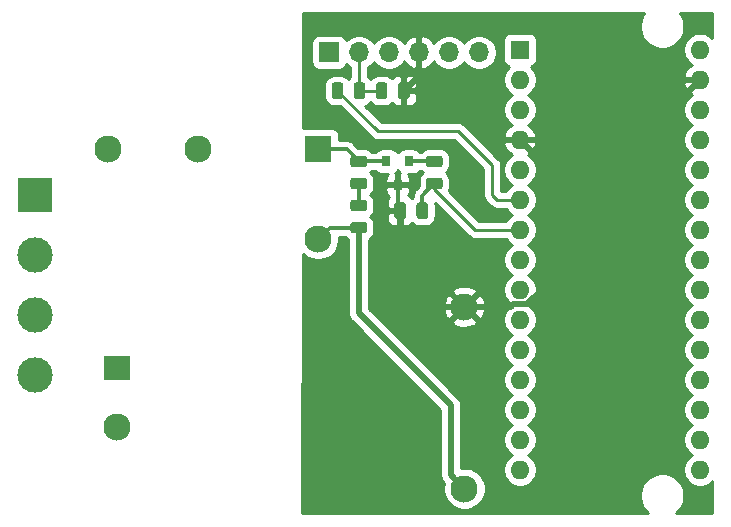
<source format=gbr>
%TF.GenerationSoftware,KiCad,Pcbnew,(5.1.5)-3*%
%TF.CreationDate,2020-10-03T11:48:18-03:00*%
%TF.ProjectId,interruptor_bluetooth V1.0,696e7465-7272-4757-9074-6f725f626c75,rev?*%
%TF.SameCoordinates,Original*%
%TF.FileFunction,Copper,L1,Top*%
%TF.FilePolarity,Positive*%
%FSLAX46Y46*%
G04 Gerber Fmt 4.6, Leading zero omitted, Abs format (unit mm)*
G04 Created by KiCad (PCBNEW (5.1.5)-3) date 2020-10-03 11:48:18*
%MOMM*%
%LPD*%
G04 APERTURE LIST*
%ADD10C,2.300000*%
%ADD11R,2.300000X2.300000*%
%ADD12C,3.000000*%
%ADD13R,3.000000X3.000000*%
%ADD14C,0.100000*%
%ADD15O,1.600000X1.600000*%
%ADD16R,1.600000X1.600000*%
%ADD17R,0.800000X0.900000*%
%ADD18R,2.300000X2.000000*%
%ADD19O,1.700000X1.700000*%
%ADD20R,1.700000X1.700000*%
%ADD21C,0.300000*%
%ADD22C,0.500000*%
%ADD23C,0.250000*%
%ADD24C,0.254000*%
G04 APERTURE END LIST*
D10*
X159702500Y-82486500D03*
X141922500Y-74866500D03*
X149542500Y-74866500D03*
D11*
X159702500Y-74866500D03*
D12*
X135737600Y-94030800D03*
D13*
X135737600Y-78790800D03*
D12*
X135737600Y-88950800D03*
X135737600Y-83870800D03*
%TA.AperFunction,SMDPad,CuDef*%
D14*
G36*
X168781642Y-79374674D02*
G01*
X168805303Y-79378184D01*
X168828507Y-79383996D01*
X168851029Y-79392054D01*
X168872653Y-79402282D01*
X168893170Y-79414579D01*
X168912383Y-79428829D01*
X168930107Y-79444893D01*
X168946171Y-79462617D01*
X168960421Y-79481830D01*
X168972718Y-79502347D01*
X168982946Y-79523971D01*
X168991004Y-79546493D01*
X168996816Y-79569697D01*
X169000326Y-79593358D01*
X169001500Y-79617250D01*
X169001500Y-80529750D01*
X169000326Y-80553642D01*
X168996816Y-80577303D01*
X168991004Y-80600507D01*
X168982946Y-80623029D01*
X168972718Y-80644653D01*
X168960421Y-80665170D01*
X168946171Y-80684383D01*
X168930107Y-80702107D01*
X168912383Y-80718171D01*
X168893170Y-80732421D01*
X168872653Y-80744718D01*
X168851029Y-80754946D01*
X168828507Y-80763004D01*
X168805303Y-80768816D01*
X168781642Y-80772326D01*
X168757750Y-80773500D01*
X168270250Y-80773500D01*
X168246358Y-80772326D01*
X168222697Y-80768816D01*
X168199493Y-80763004D01*
X168176971Y-80754946D01*
X168155347Y-80744718D01*
X168134830Y-80732421D01*
X168115617Y-80718171D01*
X168097893Y-80702107D01*
X168081829Y-80684383D01*
X168067579Y-80665170D01*
X168055282Y-80644653D01*
X168045054Y-80623029D01*
X168036996Y-80600507D01*
X168031184Y-80577303D01*
X168027674Y-80553642D01*
X168026500Y-80529750D01*
X168026500Y-79617250D01*
X168027674Y-79593358D01*
X168031184Y-79569697D01*
X168036996Y-79546493D01*
X168045054Y-79523971D01*
X168055282Y-79502347D01*
X168067579Y-79481830D01*
X168081829Y-79462617D01*
X168097893Y-79444893D01*
X168115617Y-79428829D01*
X168134830Y-79414579D01*
X168155347Y-79402282D01*
X168176971Y-79392054D01*
X168199493Y-79383996D01*
X168222697Y-79378184D01*
X168246358Y-79374674D01*
X168270250Y-79373500D01*
X168757750Y-79373500D01*
X168781642Y-79374674D01*
G37*
%TD.AperFunction*%
%TA.AperFunction,SMDPad,CuDef*%
G36*
X166906642Y-79374674D02*
G01*
X166930303Y-79378184D01*
X166953507Y-79383996D01*
X166976029Y-79392054D01*
X166997653Y-79402282D01*
X167018170Y-79414579D01*
X167037383Y-79428829D01*
X167055107Y-79444893D01*
X167071171Y-79462617D01*
X167085421Y-79481830D01*
X167097718Y-79502347D01*
X167107946Y-79523971D01*
X167116004Y-79546493D01*
X167121816Y-79569697D01*
X167125326Y-79593358D01*
X167126500Y-79617250D01*
X167126500Y-80529750D01*
X167125326Y-80553642D01*
X167121816Y-80577303D01*
X167116004Y-80600507D01*
X167107946Y-80623029D01*
X167097718Y-80644653D01*
X167085421Y-80665170D01*
X167071171Y-80684383D01*
X167055107Y-80702107D01*
X167037383Y-80718171D01*
X167018170Y-80732421D01*
X166997653Y-80744718D01*
X166976029Y-80754946D01*
X166953507Y-80763004D01*
X166930303Y-80768816D01*
X166906642Y-80772326D01*
X166882750Y-80773500D01*
X166395250Y-80773500D01*
X166371358Y-80772326D01*
X166347697Y-80768816D01*
X166324493Y-80763004D01*
X166301971Y-80754946D01*
X166280347Y-80744718D01*
X166259830Y-80732421D01*
X166240617Y-80718171D01*
X166222893Y-80702107D01*
X166206829Y-80684383D01*
X166192579Y-80665170D01*
X166180282Y-80644653D01*
X166170054Y-80623029D01*
X166161996Y-80600507D01*
X166156184Y-80577303D01*
X166152674Y-80553642D01*
X166151500Y-80529750D01*
X166151500Y-79617250D01*
X166152674Y-79593358D01*
X166156184Y-79569697D01*
X166161996Y-79546493D01*
X166170054Y-79523971D01*
X166180282Y-79502347D01*
X166192579Y-79481830D01*
X166206829Y-79462617D01*
X166222893Y-79444893D01*
X166240617Y-79428829D01*
X166259830Y-79414579D01*
X166280347Y-79402282D01*
X166301971Y-79392054D01*
X166324493Y-79383996D01*
X166347697Y-79378184D01*
X166371358Y-79374674D01*
X166395250Y-79373500D01*
X166882750Y-79373500D01*
X166906642Y-79374674D01*
G37*
%TD.AperFunction*%
D15*
X192024000Y-102006400D03*
X176784000Y-102006400D03*
X192024000Y-66446400D03*
X176784000Y-99466400D03*
X192024000Y-68986400D03*
X176784000Y-96926400D03*
X192024000Y-71526400D03*
X176784000Y-94386400D03*
X192024000Y-74066400D03*
X176784000Y-91846400D03*
X192024000Y-76606400D03*
X176784000Y-89306400D03*
X192024000Y-79146400D03*
X176784000Y-86766400D03*
X192024000Y-81686400D03*
X176784000Y-84226400D03*
X192024000Y-84226400D03*
X176784000Y-81686400D03*
X192024000Y-86766400D03*
X176784000Y-79146400D03*
X192024000Y-89306400D03*
X176784000Y-76606400D03*
X192024000Y-91846400D03*
X176784000Y-74066400D03*
X192024000Y-94386400D03*
X176784000Y-71526400D03*
X192024000Y-96926400D03*
X176784000Y-68986400D03*
X192024000Y-99466400D03*
D16*
X176784000Y-66446400D03*
%TA.AperFunction,SMDPad,CuDef*%
D14*
G36*
X170025142Y-77286174D02*
G01*
X170048803Y-77289684D01*
X170072007Y-77295496D01*
X170094529Y-77303554D01*
X170116153Y-77313782D01*
X170136670Y-77326079D01*
X170155883Y-77340329D01*
X170173607Y-77356393D01*
X170189671Y-77374117D01*
X170203921Y-77393330D01*
X170216218Y-77413847D01*
X170226446Y-77435471D01*
X170234504Y-77457993D01*
X170240316Y-77481197D01*
X170243826Y-77504858D01*
X170245000Y-77528750D01*
X170245000Y-78016250D01*
X170243826Y-78040142D01*
X170240316Y-78063803D01*
X170234504Y-78087007D01*
X170226446Y-78109529D01*
X170216218Y-78131153D01*
X170203921Y-78151670D01*
X170189671Y-78170883D01*
X170173607Y-78188607D01*
X170155883Y-78204671D01*
X170136670Y-78218921D01*
X170116153Y-78231218D01*
X170094529Y-78241446D01*
X170072007Y-78249504D01*
X170048803Y-78255316D01*
X170025142Y-78258826D01*
X170001250Y-78260000D01*
X169088750Y-78260000D01*
X169064858Y-78258826D01*
X169041197Y-78255316D01*
X169017993Y-78249504D01*
X168995471Y-78241446D01*
X168973847Y-78231218D01*
X168953330Y-78218921D01*
X168934117Y-78204671D01*
X168916393Y-78188607D01*
X168900329Y-78170883D01*
X168886079Y-78151670D01*
X168873782Y-78131153D01*
X168863554Y-78109529D01*
X168855496Y-78087007D01*
X168849684Y-78063803D01*
X168846174Y-78040142D01*
X168845000Y-78016250D01*
X168845000Y-77528750D01*
X168846174Y-77504858D01*
X168849684Y-77481197D01*
X168855496Y-77457993D01*
X168863554Y-77435471D01*
X168873782Y-77413847D01*
X168886079Y-77393330D01*
X168900329Y-77374117D01*
X168916393Y-77356393D01*
X168934117Y-77340329D01*
X168953330Y-77326079D01*
X168973847Y-77313782D01*
X168995471Y-77303554D01*
X169017993Y-77295496D01*
X169041197Y-77289684D01*
X169064858Y-77286174D01*
X169088750Y-77285000D01*
X170001250Y-77285000D01*
X170025142Y-77286174D01*
G37*
%TD.AperFunction*%
%TA.AperFunction,SMDPad,CuDef*%
G36*
X170025142Y-75411174D02*
G01*
X170048803Y-75414684D01*
X170072007Y-75420496D01*
X170094529Y-75428554D01*
X170116153Y-75438782D01*
X170136670Y-75451079D01*
X170155883Y-75465329D01*
X170173607Y-75481393D01*
X170189671Y-75499117D01*
X170203921Y-75518330D01*
X170216218Y-75538847D01*
X170226446Y-75560471D01*
X170234504Y-75582993D01*
X170240316Y-75606197D01*
X170243826Y-75629858D01*
X170245000Y-75653750D01*
X170245000Y-76141250D01*
X170243826Y-76165142D01*
X170240316Y-76188803D01*
X170234504Y-76212007D01*
X170226446Y-76234529D01*
X170216218Y-76256153D01*
X170203921Y-76276670D01*
X170189671Y-76295883D01*
X170173607Y-76313607D01*
X170155883Y-76329671D01*
X170136670Y-76343921D01*
X170116153Y-76356218D01*
X170094529Y-76366446D01*
X170072007Y-76374504D01*
X170048803Y-76380316D01*
X170025142Y-76383826D01*
X170001250Y-76385000D01*
X169088750Y-76385000D01*
X169064858Y-76383826D01*
X169041197Y-76380316D01*
X169017993Y-76374504D01*
X168995471Y-76366446D01*
X168973847Y-76356218D01*
X168953330Y-76343921D01*
X168934117Y-76329671D01*
X168916393Y-76313607D01*
X168900329Y-76295883D01*
X168886079Y-76276670D01*
X168873782Y-76256153D01*
X168863554Y-76234529D01*
X168855496Y-76212007D01*
X168849684Y-76188803D01*
X168846174Y-76165142D01*
X168845000Y-76141250D01*
X168845000Y-75653750D01*
X168846174Y-75629858D01*
X168849684Y-75606197D01*
X168855496Y-75582993D01*
X168863554Y-75560471D01*
X168873782Y-75538847D01*
X168886079Y-75518330D01*
X168900329Y-75499117D01*
X168916393Y-75481393D01*
X168934117Y-75465329D01*
X168953330Y-75451079D01*
X168973847Y-75438782D01*
X168995471Y-75428554D01*
X169017993Y-75420496D01*
X169041197Y-75414684D01*
X169064858Y-75411174D01*
X169088750Y-75410000D01*
X170001250Y-75410000D01*
X170025142Y-75411174D01*
G37*
%TD.AperFunction*%
%TA.AperFunction,SMDPad,CuDef*%
G36*
X163611642Y-81032674D02*
G01*
X163635303Y-81036184D01*
X163658507Y-81041996D01*
X163681029Y-81050054D01*
X163702653Y-81060282D01*
X163723170Y-81072579D01*
X163742383Y-81086829D01*
X163760107Y-81102893D01*
X163776171Y-81120617D01*
X163790421Y-81139830D01*
X163802718Y-81160347D01*
X163812946Y-81181971D01*
X163821004Y-81204493D01*
X163826816Y-81227697D01*
X163830326Y-81251358D01*
X163831500Y-81275250D01*
X163831500Y-81762750D01*
X163830326Y-81786642D01*
X163826816Y-81810303D01*
X163821004Y-81833507D01*
X163812946Y-81856029D01*
X163802718Y-81877653D01*
X163790421Y-81898170D01*
X163776171Y-81917383D01*
X163760107Y-81935107D01*
X163742383Y-81951171D01*
X163723170Y-81965421D01*
X163702653Y-81977718D01*
X163681029Y-81987946D01*
X163658507Y-81996004D01*
X163635303Y-82001816D01*
X163611642Y-82005326D01*
X163587750Y-82006500D01*
X162675250Y-82006500D01*
X162651358Y-82005326D01*
X162627697Y-82001816D01*
X162604493Y-81996004D01*
X162581971Y-81987946D01*
X162560347Y-81977718D01*
X162539830Y-81965421D01*
X162520617Y-81951171D01*
X162502893Y-81935107D01*
X162486829Y-81917383D01*
X162472579Y-81898170D01*
X162460282Y-81877653D01*
X162450054Y-81856029D01*
X162441996Y-81833507D01*
X162436184Y-81810303D01*
X162432674Y-81786642D01*
X162431500Y-81762750D01*
X162431500Y-81275250D01*
X162432674Y-81251358D01*
X162436184Y-81227697D01*
X162441996Y-81204493D01*
X162450054Y-81181971D01*
X162460282Y-81160347D01*
X162472579Y-81139830D01*
X162486829Y-81120617D01*
X162502893Y-81102893D01*
X162520617Y-81086829D01*
X162539830Y-81072579D01*
X162560347Y-81060282D01*
X162581971Y-81050054D01*
X162604493Y-81041996D01*
X162627697Y-81036184D01*
X162651358Y-81032674D01*
X162675250Y-81031500D01*
X163587750Y-81031500D01*
X163611642Y-81032674D01*
G37*
%TD.AperFunction*%
%TA.AperFunction,SMDPad,CuDef*%
G36*
X163611642Y-79157674D02*
G01*
X163635303Y-79161184D01*
X163658507Y-79166996D01*
X163681029Y-79175054D01*
X163702653Y-79185282D01*
X163723170Y-79197579D01*
X163742383Y-79211829D01*
X163760107Y-79227893D01*
X163776171Y-79245617D01*
X163790421Y-79264830D01*
X163802718Y-79285347D01*
X163812946Y-79306971D01*
X163821004Y-79329493D01*
X163826816Y-79352697D01*
X163830326Y-79376358D01*
X163831500Y-79400250D01*
X163831500Y-79887750D01*
X163830326Y-79911642D01*
X163826816Y-79935303D01*
X163821004Y-79958507D01*
X163812946Y-79981029D01*
X163802718Y-80002653D01*
X163790421Y-80023170D01*
X163776171Y-80042383D01*
X163760107Y-80060107D01*
X163742383Y-80076171D01*
X163723170Y-80090421D01*
X163702653Y-80102718D01*
X163681029Y-80112946D01*
X163658507Y-80121004D01*
X163635303Y-80126816D01*
X163611642Y-80130326D01*
X163587750Y-80131500D01*
X162675250Y-80131500D01*
X162651358Y-80130326D01*
X162627697Y-80126816D01*
X162604493Y-80121004D01*
X162581971Y-80112946D01*
X162560347Y-80102718D01*
X162539830Y-80090421D01*
X162520617Y-80076171D01*
X162502893Y-80060107D01*
X162486829Y-80042383D01*
X162472579Y-80023170D01*
X162460282Y-80002653D01*
X162450054Y-79981029D01*
X162441996Y-79958507D01*
X162436184Y-79935303D01*
X162432674Y-79911642D01*
X162431500Y-79887750D01*
X162431500Y-79400250D01*
X162432674Y-79376358D01*
X162436184Y-79352697D01*
X162441996Y-79329493D01*
X162450054Y-79306971D01*
X162460282Y-79285347D01*
X162472579Y-79264830D01*
X162486829Y-79245617D01*
X162502893Y-79227893D01*
X162520617Y-79211829D01*
X162539830Y-79197579D01*
X162560347Y-79185282D01*
X162581971Y-79175054D01*
X162604493Y-79166996D01*
X162627697Y-79161184D01*
X162651358Y-79157674D01*
X162675250Y-79156500D01*
X163587750Y-79156500D01*
X163611642Y-79157674D01*
G37*
%TD.AperFunction*%
%TA.AperFunction,SMDPad,CuDef*%
G36*
X165344542Y-69214674D02*
G01*
X165368203Y-69218184D01*
X165391407Y-69223996D01*
X165413929Y-69232054D01*
X165435553Y-69242282D01*
X165456070Y-69254579D01*
X165475283Y-69268829D01*
X165493007Y-69284893D01*
X165509071Y-69302617D01*
X165523321Y-69321830D01*
X165535618Y-69342347D01*
X165545846Y-69363971D01*
X165553904Y-69386493D01*
X165559716Y-69409697D01*
X165563226Y-69433358D01*
X165564400Y-69457250D01*
X165564400Y-70369750D01*
X165563226Y-70393642D01*
X165559716Y-70417303D01*
X165553904Y-70440507D01*
X165545846Y-70463029D01*
X165535618Y-70484653D01*
X165523321Y-70505170D01*
X165509071Y-70524383D01*
X165493007Y-70542107D01*
X165475283Y-70558171D01*
X165456070Y-70572421D01*
X165435553Y-70584718D01*
X165413929Y-70594946D01*
X165391407Y-70603004D01*
X165368203Y-70608816D01*
X165344542Y-70612326D01*
X165320650Y-70613500D01*
X164833150Y-70613500D01*
X164809258Y-70612326D01*
X164785597Y-70608816D01*
X164762393Y-70603004D01*
X164739871Y-70594946D01*
X164718247Y-70584718D01*
X164697730Y-70572421D01*
X164678517Y-70558171D01*
X164660793Y-70542107D01*
X164644729Y-70524383D01*
X164630479Y-70505170D01*
X164618182Y-70484653D01*
X164607954Y-70463029D01*
X164599896Y-70440507D01*
X164594084Y-70417303D01*
X164590574Y-70393642D01*
X164589400Y-70369750D01*
X164589400Y-69457250D01*
X164590574Y-69433358D01*
X164594084Y-69409697D01*
X164599896Y-69386493D01*
X164607954Y-69363971D01*
X164618182Y-69342347D01*
X164630479Y-69321830D01*
X164644729Y-69302617D01*
X164660793Y-69284893D01*
X164678517Y-69268829D01*
X164697730Y-69254579D01*
X164718247Y-69242282D01*
X164739871Y-69232054D01*
X164762393Y-69223996D01*
X164785597Y-69218184D01*
X164809258Y-69214674D01*
X164833150Y-69213500D01*
X165320650Y-69213500D01*
X165344542Y-69214674D01*
G37*
%TD.AperFunction*%
%TA.AperFunction,SMDPad,CuDef*%
G36*
X167219542Y-69214674D02*
G01*
X167243203Y-69218184D01*
X167266407Y-69223996D01*
X167288929Y-69232054D01*
X167310553Y-69242282D01*
X167331070Y-69254579D01*
X167350283Y-69268829D01*
X167368007Y-69284893D01*
X167384071Y-69302617D01*
X167398321Y-69321830D01*
X167410618Y-69342347D01*
X167420846Y-69363971D01*
X167428904Y-69386493D01*
X167434716Y-69409697D01*
X167438226Y-69433358D01*
X167439400Y-69457250D01*
X167439400Y-70369750D01*
X167438226Y-70393642D01*
X167434716Y-70417303D01*
X167428904Y-70440507D01*
X167420846Y-70463029D01*
X167410618Y-70484653D01*
X167398321Y-70505170D01*
X167384071Y-70524383D01*
X167368007Y-70542107D01*
X167350283Y-70558171D01*
X167331070Y-70572421D01*
X167310553Y-70584718D01*
X167288929Y-70594946D01*
X167266407Y-70603004D01*
X167243203Y-70608816D01*
X167219542Y-70612326D01*
X167195650Y-70613500D01*
X166708150Y-70613500D01*
X166684258Y-70612326D01*
X166660597Y-70608816D01*
X166637393Y-70603004D01*
X166614871Y-70594946D01*
X166593247Y-70584718D01*
X166572730Y-70572421D01*
X166553517Y-70558171D01*
X166535793Y-70542107D01*
X166519729Y-70524383D01*
X166505479Y-70505170D01*
X166493182Y-70484653D01*
X166482954Y-70463029D01*
X166474896Y-70440507D01*
X166469084Y-70417303D01*
X166465574Y-70393642D01*
X166464400Y-70369750D01*
X166464400Y-69457250D01*
X166465574Y-69433358D01*
X166469084Y-69409697D01*
X166474896Y-69386493D01*
X166482954Y-69363971D01*
X166493182Y-69342347D01*
X166505479Y-69321830D01*
X166519729Y-69302617D01*
X166535793Y-69284893D01*
X166553517Y-69268829D01*
X166572730Y-69254579D01*
X166593247Y-69242282D01*
X166614871Y-69232054D01*
X166637393Y-69223996D01*
X166660597Y-69218184D01*
X166684258Y-69214674D01*
X166708150Y-69213500D01*
X167195650Y-69213500D01*
X167219542Y-69214674D01*
G37*
%TD.AperFunction*%
%TA.AperFunction,SMDPad,CuDef*%
G36*
X161598042Y-69214674D02*
G01*
X161621703Y-69218184D01*
X161644907Y-69223996D01*
X161667429Y-69232054D01*
X161689053Y-69242282D01*
X161709570Y-69254579D01*
X161728783Y-69268829D01*
X161746507Y-69284893D01*
X161762571Y-69302617D01*
X161776821Y-69321830D01*
X161789118Y-69342347D01*
X161799346Y-69363971D01*
X161807404Y-69386493D01*
X161813216Y-69409697D01*
X161816726Y-69433358D01*
X161817900Y-69457250D01*
X161817900Y-70369750D01*
X161816726Y-70393642D01*
X161813216Y-70417303D01*
X161807404Y-70440507D01*
X161799346Y-70463029D01*
X161789118Y-70484653D01*
X161776821Y-70505170D01*
X161762571Y-70524383D01*
X161746507Y-70542107D01*
X161728783Y-70558171D01*
X161709570Y-70572421D01*
X161689053Y-70584718D01*
X161667429Y-70594946D01*
X161644907Y-70603004D01*
X161621703Y-70608816D01*
X161598042Y-70612326D01*
X161574150Y-70613500D01*
X161086650Y-70613500D01*
X161062758Y-70612326D01*
X161039097Y-70608816D01*
X161015893Y-70603004D01*
X160993371Y-70594946D01*
X160971747Y-70584718D01*
X160951230Y-70572421D01*
X160932017Y-70558171D01*
X160914293Y-70542107D01*
X160898229Y-70524383D01*
X160883979Y-70505170D01*
X160871682Y-70484653D01*
X160861454Y-70463029D01*
X160853396Y-70440507D01*
X160847584Y-70417303D01*
X160844074Y-70393642D01*
X160842900Y-70369750D01*
X160842900Y-69457250D01*
X160844074Y-69433358D01*
X160847584Y-69409697D01*
X160853396Y-69386493D01*
X160861454Y-69363971D01*
X160871682Y-69342347D01*
X160883979Y-69321830D01*
X160898229Y-69302617D01*
X160914293Y-69284893D01*
X160932017Y-69268829D01*
X160951230Y-69254579D01*
X160971747Y-69242282D01*
X160993371Y-69232054D01*
X161015893Y-69223996D01*
X161039097Y-69218184D01*
X161062758Y-69214674D01*
X161086650Y-69213500D01*
X161574150Y-69213500D01*
X161598042Y-69214674D01*
G37*
%TD.AperFunction*%
%TA.AperFunction,SMDPad,CuDef*%
G36*
X163473042Y-69214674D02*
G01*
X163496703Y-69218184D01*
X163519907Y-69223996D01*
X163542429Y-69232054D01*
X163564053Y-69242282D01*
X163584570Y-69254579D01*
X163603783Y-69268829D01*
X163621507Y-69284893D01*
X163637571Y-69302617D01*
X163651821Y-69321830D01*
X163664118Y-69342347D01*
X163674346Y-69363971D01*
X163682404Y-69386493D01*
X163688216Y-69409697D01*
X163691726Y-69433358D01*
X163692900Y-69457250D01*
X163692900Y-70369750D01*
X163691726Y-70393642D01*
X163688216Y-70417303D01*
X163682404Y-70440507D01*
X163674346Y-70463029D01*
X163664118Y-70484653D01*
X163651821Y-70505170D01*
X163637571Y-70524383D01*
X163621507Y-70542107D01*
X163603783Y-70558171D01*
X163584570Y-70572421D01*
X163564053Y-70584718D01*
X163542429Y-70594946D01*
X163519907Y-70603004D01*
X163496703Y-70608816D01*
X163473042Y-70612326D01*
X163449150Y-70613500D01*
X162961650Y-70613500D01*
X162937758Y-70612326D01*
X162914097Y-70608816D01*
X162890893Y-70603004D01*
X162868371Y-70594946D01*
X162846747Y-70584718D01*
X162826230Y-70572421D01*
X162807017Y-70558171D01*
X162789293Y-70542107D01*
X162773229Y-70524383D01*
X162758979Y-70505170D01*
X162746682Y-70484653D01*
X162736454Y-70463029D01*
X162728396Y-70440507D01*
X162722584Y-70417303D01*
X162719074Y-70393642D01*
X162717900Y-70369750D01*
X162717900Y-69457250D01*
X162719074Y-69433358D01*
X162722584Y-69409697D01*
X162728396Y-69386493D01*
X162736454Y-69363971D01*
X162746682Y-69342347D01*
X162758979Y-69321830D01*
X162773229Y-69302617D01*
X162789293Y-69284893D01*
X162807017Y-69268829D01*
X162826230Y-69254579D01*
X162846747Y-69242282D01*
X162868371Y-69232054D01*
X162890893Y-69223996D01*
X162914097Y-69218184D01*
X162937758Y-69214674D01*
X162961650Y-69213500D01*
X163449150Y-69213500D01*
X163473042Y-69214674D01*
G37*
%TD.AperFunction*%
D17*
X166433500Y-77898500D03*
X165483500Y-75898500D03*
X167383500Y-75898500D03*
D10*
X172084500Y-103608500D03*
X142684500Y-98408500D03*
D18*
X142684500Y-93408500D03*
D10*
X172084500Y-88208500D03*
D19*
X173316900Y-66675000D03*
X170776900Y-66675000D03*
X168236900Y-66675000D03*
X165696900Y-66675000D03*
X163156900Y-66675000D03*
D20*
X160616900Y-66675000D03*
%TA.AperFunction,SMDPad,CuDef*%
D14*
G36*
X163611642Y-77286174D02*
G01*
X163635303Y-77289684D01*
X163658507Y-77295496D01*
X163681029Y-77303554D01*
X163702653Y-77313782D01*
X163723170Y-77326079D01*
X163742383Y-77340329D01*
X163760107Y-77356393D01*
X163776171Y-77374117D01*
X163790421Y-77393330D01*
X163802718Y-77413847D01*
X163812946Y-77435471D01*
X163821004Y-77457993D01*
X163826816Y-77481197D01*
X163830326Y-77504858D01*
X163831500Y-77528750D01*
X163831500Y-78016250D01*
X163830326Y-78040142D01*
X163826816Y-78063803D01*
X163821004Y-78087007D01*
X163812946Y-78109529D01*
X163802718Y-78131153D01*
X163790421Y-78151670D01*
X163776171Y-78170883D01*
X163760107Y-78188607D01*
X163742383Y-78204671D01*
X163723170Y-78218921D01*
X163702653Y-78231218D01*
X163681029Y-78241446D01*
X163658507Y-78249504D01*
X163635303Y-78255316D01*
X163611642Y-78258826D01*
X163587750Y-78260000D01*
X162675250Y-78260000D01*
X162651358Y-78258826D01*
X162627697Y-78255316D01*
X162604493Y-78249504D01*
X162581971Y-78241446D01*
X162560347Y-78231218D01*
X162539830Y-78218921D01*
X162520617Y-78204671D01*
X162502893Y-78188607D01*
X162486829Y-78170883D01*
X162472579Y-78151670D01*
X162460282Y-78131153D01*
X162450054Y-78109529D01*
X162441996Y-78087007D01*
X162436184Y-78063803D01*
X162432674Y-78040142D01*
X162431500Y-78016250D01*
X162431500Y-77528750D01*
X162432674Y-77504858D01*
X162436184Y-77481197D01*
X162441996Y-77457993D01*
X162450054Y-77435471D01*
X162460282Y-77413847D01*
X162472579Y-77393330D01*
X162486829Y-77374117D01*
X162502893Y-77356393D01*
X162520617Y-77340329D01*
X162539830Y-77326079D01*
X162560347Y-77313782D01*
X162581971Y-77303554D01*
X162604493Y-77295496D01*
X162627697Y-77289684D01*
X162651358Y-77286174D01*
X162675250Y-77285000D01*
X163587750Y-77285000D01*
X163611642Y-77286174D01*
G37*
%TD.AperFunction*%
%TA.AperFunction,SMDPad,CuDef*%
G36*
X163611642Y-75411174D02*
G01*
X163635303Y-75414684D01*
X163658507Y-75420496D01*
X163681029Y-75428554D01*
X163702653Y-75438782D01*
X163723170Y-75451079D01*
X163742383Y-75465329D01*
X163760107Y-75481393D01*
X163776171Y-75499117D01*
X163790421Y-75518330D01*
X163802718Y-75538847D01*
X163812946Y-75560471D01*
X163821004Y-75582993D01*
X163826816Y-75606197D01*
X163830326Y-75629858D01*
X163831500Y-75653750D01*
X163831500Y-76141250D01*
X163830326Y-76165142D01*
X163826816Y-76188803D01*
X163821004Y-76212007D01*
X163812946Y-76234529D01*
X163802718Y-76256153D01*
X163790421Y-76276670D01*
X163776171Y-76295883D01*
X163760107Y-76313607D01*
X163742383Y-76329671D01*
X163723170Y-76343921D01*
X163702653Y-76356218D01*
X163681029Y-76366446D01*
X163658507Y-76374504D01*
X163635303Y-76380316D01*
X163611642Y-76383826D01*
X163587750Y-76385000D01*
X162675250Y-76385000D01*
X162651358Y-76383826D01*
X162627697Y-76380316D01*
X162604493Y-76374504D01*
X162581971Y-76366446D01*
X162560347Y-76356218D01*
X162539830Y-76343921D01*
X162520617Y-76329671D01*
X162502893Y-76313607D01*
X162486829Y-76295883D01*
X162472579Y-76276670D01*
X162460282Y-76256153D01*
X162450054Y-76234529D01*
X162441996Y-76212007D01*
X162436184Y-76188803D01*
X162432674Y-76165142D01*
X162431500Y-76141250D01*
X162431500Y-75653750D01*
X162432674Y-75629858D01*
X162436184Y-75606197D01*
X162441996Y-75582993D01*
X162450054Y-75560471D01*
X162460282Y-75538847D01*
X162472579Y-75518330D01*
X162486829Y-75499117D01*
X162502893Y-75481393D01*
X162520617Y-75465329D01*
X162539830Y-75451079D01*
X162560347Y-75438782D01*
X162581971Y-75428554D01*
X162604493Y-75420496D01*
X162627697Y-75414684D01*
X162651358Y-75411174D01*
X162675250Y-75410000D01*
X163587750Y-75410000D01*
X163611642Y-75411174D01*
G37*
%TD.AperFunction*%
D21*
X163131500Y-77772500D02*
X163131500Y-79644000D01*
X162100500Y-74866500D02*
X163131500Y-75897500D01*
X159702500Y-74866500D02*
X162100500Y-74866500D01*
X163132500Y-75898500D02*
X163131500Y-75897500D01*
X165483500Y-75898500D02*
X163132500Y-75898500D01*
X160670000Y-81519000D02*
X159702500Y-82486500D01*
X163131500Y-81519000D02*
X160670000Y-81519000D01*
D22*
X163131500Y-88760300D02*
X163131500Y-81519000D01*
X170934501Y-96563301D02*
X163131500Y-88760300D01*
X170934501Y-102458501D02*
X170934501Y-96563301D01*
X172084500Y-103608500D02*
X170934501Y-102458501D01*
D21*
X166433500Y-79868000D02*
X166639000Y-80073500D01*
X166433500Y-77898500D02*
X166433500Y-79868000D01*
D22*
X166639000Y-80073500D02*
X166639000Y-85054200D01*
X169793300Y-88208500D02*
X172084500Y-88208500D01*
X166639000Y-85054200D02*
X169793300Y-88208500D01*
X186944000Y-74066400D02*
X192024000Y-68986400D01*
X176784000Y-74066400D02*
X186944000Y-74066400D01*
X177384001Y-88016401D02*
X179832000Y-85568402D01*
X176223997Y-88016401D02*
X177384001Y-88016401D01*
X172084500Y-88208500D02*
X176031898Y-88208500D01*
X176031898Y-88208500D02*
X176223997Y-88016401D01*
X179832000Y-77114400D02*
X176784000Y-74066400D01*
X179832000Y-85568402D02*
X179832000Y-77114400D01*
X173746400Y-74066400D02*
X168135300Y-68455300D01*
X176784000Y-74066400D02*
X173746400Y-74066400D01*
X168135300Y-67978681D02*
X168135300Y-68455300D01*
X168236900Y-67877081D02*
X168135300Y-67978681D01*
X168236900Y-66675000D02*
X168236900Y-67877081D01*
X168135300Y-68730100D02*
X168135300Y-68455300D01*
X166951900Y-69913500D02*
X168135300Y-68730100D01*
D21*
X169544000Y-75898500D02*
X169545000Y-75897500D01*
X167383500Y-75898500D02*
X169544000Y-75898500D01*
D23*
X174853600Y-79146400D02*
X176784000Y-79146400D01*
X171551600Y-73355200D02*
X174447200Y-76250800D01*
X164772100Y-73355200D02*
X171551600Y-73355200D01*
X161330400Y-69913500D02*
X164772100Y-73355200D01*
X174447200Y-76250800D02*
X174447200Y-78740000D01*
X174447200Y-78740000D02*
X174853600Y-79146400D01*
D21*
X168514000Y-78803500D02*
X169545000Y-77772500D01*
X168514000Y-80073500D02*
X168514000Y-78803500D01*
D23*
X172971400Y-81686400D02*
X175652630Y-81686400D01*
X175652630Y-81686400D02*
X176784000Y-81686400D01*
X169545000Y-78260000D02*
X172971400Y-81686400D01*
X169545000Y-77772500D02*
X169545000Y-78260000D01*
X163205400Y-69913500D02*
X165076900Y-69913500D01*
X163156900Y-69865000D02*
X163205400Y-69913500D01*
X163156900Y-66675000D02*
X163156900Y-69865000D01*
D24*
G36*
X187153134Y-63607118D02*
G01*
X187011039Y-63950166D01*
X186938600Y-64314344D01*
X186938600Y-64685656D01*
X187011039Y-65049834D01*
X187153134Y-65392882D01*
X187359425Y-65701618D01*
X187621982Y-65964175D01*
X187930718Y-66170466D01*
X188273766Y-66312561D01*
X188637944Y-66385000D01*
X189009256Y-66385000D01*
X189373434Y-66312561D01*
X189716482Y-66170466D01*
X190025218Y-65964175D01*
X190287775Y-65701618D01*
X190494066Y-65392882D01*
X190636161Y-65049834D01*
X190708600Y-64685656D01*
X190708600Y-64314344D01*
X190636161Y-63950166D01*
X190494066Y-63607118D01*
X190337633Y-63373000D01*
X193065001Y-63373000D01*
X193065001Y-65458005D01*
X192938759Y-65331763D01*
X192703727Y-65174720D01*
X192442574Y-65066547D01*
X192165335Y-65011400D01*
X191882665Y-65011400D01*
X191605426Y-65066547D01*
X191344273Y-65174720D01*
X191109241Y-65331763D01*
X190909363Y-65531641D01*
X190752320Y-65766673D01*
X190644147Y-66027826D01*
X190589000Y-66305065D01*
X190589000Y-66587735D01*
X190644147Y-66864974D01*
X190752320Y-67126127D01*
X190909363Y-67361159D01*
X191109241Y-67561037D01*
X191344273Y-67718080D01*
X191354865Y-67722467D01*
X191168869Y-67834015D01*
X190960481Y-68022986D01*
X190792963Y-68248980D01*
X190672754Y-68503313D01*
X190632096Y-68637361D01*
X190754085Y-68859400D01*
X191897000Y-68859400D01*
X191897000Y-68839400D01*
X192151000Y-68839400D01*
X192151000Y-68859400D01*
X192171000Y-68859400D01*
X192171000Y-69113400D01*
X192151000Y-69113400D01*
X192151000Y-69133400D01*
X191897000Y-69133400D01*
X191897000Y-69113400D01*
X190754085Y-69113400D01*
X190632096Y-69335439D01*
X190672754Y-69469487D01*
X190792963Y-69723820D01*
X190960481Y-69949814D01*
X191168869Y-70138785D01*
X191354865Y-70250333D01*
X191344273Y-70254720D01*
X191109241Y-70411763D01*
X190909363Y-70611641D01*
X190752320Y-70846673D01*
X190644147Y-71107826D01*
X190589000Y-71385065D01*
X190589000Y-71667735D01*
X190644147Y-71944974D01*
X190752320Y-72206127D01*
X190909363Y-72441159D01*
X191109241Y-72641037D01*
X191341759Y-72796400D01*
X191109241Y-72951763D01*
X190909363Y-73151641D01*
X190752320Y-73386673D01*
X190644147Y-73647826D01*
X190589000Y-73925065D01*
X190589000Y-74207735D01*
X190644147Y-74484974D01*
X190752320Y-74746127D01*
X190909363Y-74981159D01*
X191109241Y-75181037D01*
X191341759Y-75336400D01*
X191109241Y-75491763D01*
X190909363Y-75691641D01*
X190752320Y-75926673D01*
X190644147Y-76187826D01*
X190589000Y-76465065D01*
X190589000Y-76747735D01*
X190644147Y-77024974D01*
X190752320Y-77286127D01*
X190909363Y-77521159D01*
X191109241Y-77721037D01*
X191341759Y-77876400D01*
X191109241Y-78031763D01*
X190909363Y-78231641D01*
X190752320Y-78466673D01*
X190644147Y-78727826D01*
X190589000Y-79005065D01*
X190589000Y-79287735D01*
X190644147Y-79564974D01*
X190752320Y-79826127D01*
X190909363Y-80061159D01*
X191109241Y-80261037D01*
X191341759Y-80416400D01*
X191109241Y-80571763D01*
X190909363Y-80771641D01*
X190752320Y-81006673D01*
X190644147Y-81267826D01*
X190589000Y-81545065D01*
X190589000Y-81827735D01*
X190644147Y-82104974D01*
X190752320Y-82366127D01*
X190909363Y-82601159D01*
X191109241Y-82801037D01*
X191341759Y-82956400D01*
X191109241Y-83111763D01*
X190909363Y-83311641D01*
X190752320Y-83546673D01*
X190644147Y-83807826D01*
X190589000Y-84085065D01*
X190589000Y-84367735D01*
X190644147Y-84644974D01*
X190752320Y-84906127D01*
X190909363Y-85141159D01*
X191109241Y-85341037D01*
X191341759Y-85496400D01*
X191109241Y-85651763D01*
X190909363Y-85851641D01*
X190752320Y-86086673D01*
X190644147Y-86347826D01*
X190589000Y-86625065D01*
X190589000Y-86907735D01*
X190644147Y-87184974D01*
X190752320Y-87446127D01*
X190909363Y-87681159D01*
X191109241Y-87881037D01*
X191341759Y-88036400D01*
X191109241Y-88191763D01*
X190909363Y-88391641D01*
X190752320Y-88626673D01*
X190644147Y-88887826D01*
X190589000Y-89165065D01*
X190589000Y-89447735D01*
X190644147Y-89724974D01*
X190752320Y-89986127D01*
X190909363Y-90221159D01*
X191109241Y-90421037D01*
X191341759Y-90576400D01*
X191109241Y-90731763D01*
X190909363Y-90931641D01*
X190752320Y-91166673D01*
X190644147Y-91427826D01*
X190589000Y-91705065D01*
X190589000Y-91987735D01*
X190644147Y-92264974D01*
X190752320Y-92526127D01*
X190909363Y-92761159D01*
X191109241Y-92961037D01*
X191341759Y-93116400D01*
X191109241Y-93271763D01*
X190909363Y-93471641D01*
X190752320Y-93706673D01*
X190644147Y-93967826D01*
X190589000Y-94245065D01*
X190589000Y-94527735D01*
X190644147Y-94804974D01*
X190752320Y-95066127D01*
X190909363Y-95301159D01*
X191109241Y-95501037D01*
X191341759Y-95656400D01*
X191109241Y-95811763D01*
X190909363Y-96011641D01*
X190752320Y-96246673D01*
X190644147Y-96507826D01*
X190589000Y-96785065D01*
X190589000Y-97067735D01*
X190644147Y-97344974D01*
X190752320Y-97606127D01*
X190909363Y-97841159D01*
X191109241Y-98041037D01*
X191341759Y-98196400D01*
X191109241Y-98351763D01*
X190909363Y-98551641D01*
X190752320Y-98786673D01*
X190644147Y-99047826D01*
X190589000Y-99325065D01*
X190589000Y-99607735D01*
X190644147Y-99884974D01*
X190752320Y-100146127D01*
X190909363Y-100381159D01*
X191109241Y-100581037D01*
X191341759Y-100736400D01*
X191109241Y-100891763D01*
X190909363Y-101091641D01*
X190752320Y-101326673D01*
X190644147Y-101587826D01*
X190589000Y-101865065D01*
X190589000Y-102147735D01*
X190644147Y-102424974D01*
X190752320Y-102686127D01*
X190909363Y-102921159D01*
X191109241Y-103121037D01*
X191344273Y-103278080D01*
X191605426Y-103386253D01*
X191882665Y-103441400D01*
X192165335Y-103441400D01*
X192442574Y-103386253D01*
X192703727Y-103278080D01*
X192938759Y-103121037D01*
X193065000Y-102994796D01*
X193065000Y-105668000D01*
X190005725Y-105668000D01*
X190025218Y-105654975D01*
X190287775Y-105392418D01*
X190494066Y-105083682D01*
X190636161Y-104740634D01*
X190708600Y-104376456D01*
X190708600Y-104005144D01*
X190636161Y-103640966D01*
X190494066Y-103297918D01*
X190287775Y-102989182D01*
X190025218Y-102726625D01*
X189716482Y-102520334D01*
X189373434Y-102378239D01*
X189009256Y-102305800D01*
X188637944Y-102305800D01*
X188273766Y-102378239D01*
X187930718Y-102520334D01*
X187621982Y-102726625D01*
X187359425Y-102989182D01*
X187153134Y-103297918D01*
X187011039Y-103640966D01*
X186938600Y-104005144D01*
X186938600Y-104376456D01*
X187011039Y-104740634D01*
X187153134Y-105083682D01*
X187359425Y-105392418D01*
X187621982Y-105654975D01*
X187641475Y-105668000D01*
X158369358Y-105668000D01*
X158395474Y-83703845D01*
X158564629Y-83873000D01*
X158856985Y-84068347D01*
X159181835Y-84202904D01*
X159526693Y-84271500D01*
X159878307Y-84271500D01*
X160223165Y-84202904D01*
X160548015Y-84068347D01*
X160840371Y-83873000D01*
X161089000Y-83624371D01*
X161284347Y-83332015D01*
X161418904Y-83007165D01*
X161487500Y-82662307D01*
X161487500Y-82310693D01*
X161486169Y-82304000D01*
X161984172Y-82304000D01*
X162051708Y-82386292D01*
X162185336Y-82495958D01*
X162246501Y-82528651D01*
X162246500Y-88716831D01*
X162242219Y-88760300D01*
X162246500Y-88803769D01*
X162246500Y-88803776D01*
X162259305Y-88933789D01*
X162309911Y-89100612D01*
X162392089Y-89254358D01*
X162502683Y-89389117D01*
X162536456Y-89416834D01*
X170049502Y-96929881D01*
X170049501Y-102415032D01*
X170045220Y-102458501D01*
X170049501Y-102501970D01*
X170049501Y-102501977D01*
X170062306Y-102631990D01*
X170112912Y-102798813D01*
X170195090Y-102952559D01*
X170305684Y-103087318D01*
X170339457Y-103115035D01*
X170358832Y-103134410D01*
X170299500Y-103432693D01*
X170299500Y-103784307D01*
X170368096Y-104129165D01*
X170502653Y-104454015D01*
X170698000Y-104746371D01*
X170946629Y-104995000D01*
X171238985Y-105190347D01*
X171563835Y-105324904D01*
X171908693Y-105393500D01*
X172260307Y-105393500D01*
X172605165Y-105324904D01*
X172930015Y-105190347D01*
X173222371Y-104995000D01*
X173471000Y-104746371D01*
X173666347Y-104454015D01*
X173800904Y-104129165D01*
X173869500Y-103784307D01*
X173869500Y-103432693D01*
X173800904Y-103087835D01*
X173666347Y-102762985D01*
X173471000Y-102470629D01*
X173222371Y-102222000D01*
X172930015Y-102026653D01*
X172605165Y-101892096D01*
X172260307Y-101823500D01*
X171908693Y-101823500D01*
X171819501Y-101841241D01*
X171819501Y-96606770D01*
X171823782Y-96563301D01*
X171819501Y-96519832D01*
X171819501Y-96519824D01*
X171806696Y-96389811D01*
X171756090Y-96222988D01*
X171673912Y-96069242D01*
X171563318Y-95934484D01*
X171529550Y-95906771D01*
X165073628Y-89450849D01*
X171021756Y-89450849D01*
X171135618Y-89730590D01*
X171450796Y-89886461D01*
X171790326Y-89977849D01*
X172141161Y-90001241D01*
X172489819Y-89955740D01*
X172822900Y-89843094D01*
X173033382Y-89730590D01*
X173147244Y-89450849D01*
X172084500Y-88388105D01*
X171021756Y-89450849D01*
X165073628Y-89450849D01*
X164016500Y-88393722D01*
X164016500Y-88265161D01*
X170291759Y-88265161D01*
X170337260Y-88613819D01*
X170449906Y-88946900D01*
X170562410Y-89157382D01*
X170842151Y-89271244D01*
X171904895Y-88208500D01*
X172264105Y-88208500D01*
X173326849Y-89271244D01*
X173606590Y-89157382D01*
X173762461Y-88842204D01*
X173853849Y-88502674D01*
X173877241Y-88151839D01*
X173831740Y-87803181D01*
X173719094Y-87470100D01*
X173606590Y-87259618D01*
X173326849Y-87145756D01*
X172264105Y-88208500D01*
X171904895Y-88208500D01*
X170842151Y-87145756D01*
X170562410Y-87259618D01*
X170406539Y-87574796D01*
X170315151Y-87914326D01*
X170291759Y-88265161D01*
X164016500Y-88265161D01*
X164016500Y-86966151D01*
X171021756Y-86966151D01*
X172084500Y-88028895D01*
X173147244Y-86966151D01*
X173033382Y-86686410D01*
X172718204Y-86530539D01*
X172378674Y-86439151D01*
X172027839Y-86415759D01*
X171679181Y-86461260D01*
X171346100Y-86573906D01*
X171135618Y-86686410D01*
X171021756Y-86966151D01*
X164016500Y-86966151D01*
X164016500Y-82528651D01*
X164077664Y-82495958D01*
X164211292Y-82386292D01*
X164320958Y-82252664D01*
X164402447Y-82100209D01*
X164452628Y-81934785D01*
X164469572Y-81762750D01*
X164469572Y-81275250D01*
X164452628Y-81103215D01*
X164402447Y-80937791D01*
X164320958Y-80785336D01*
X164311245Y-80773500D01*
X165513428Y-80773500D01*
X165525688Y-80897982D01*
X165561998Y-81017680D01*
X165620963Y-81127994D01*
X165700315Y-81224685D01*
X165797006Y-81304037D01*
X165907320Y-81363002D01*
X166027018Y-81399312D01*
X166151500Y-81411572D01*
X166353250Y-81408500D01*
X166512000Y-81249750D01*
X166512000Y-80200500D01*
X165675250Y-80200500D01*
X165516500Y-80359250D01*
X165513428Y-80773500D01*
X164311245Y-80773500D01*
X164211292Y-80651708D01*
X164125744Y-80581500D01*
X164211292Y-80511292D01*
X164320958Y-80377664D01*
X164402447Y-80225209D01*
X164452628Y-80059785D01*
X164469572Y-79887750D01*
X164469572Y-79400250D01*
X164452628Y-79228215D01*
X164402447Y-79062791D01*
X164320958Y-78910336D01*
X164211292Y-78776708D01*
X164127876Y-78708250D01*
X164211292Y-78639792D01*
X164320958Y-78506164D01*
X164402447Y-78353709D01*
X164452628Y-78188285D01*
X164469572Y-78016250D01*
X164469572Y-77528750D01*
X164452628Y-77356715D01*
X164402447Y-77191291D01*
X164320958Y-77038836D01*
X164211292Y-76905208D01*
X164125744Y-76835000D01*
X164211292Y-76764792D01*
X164278007Y-76683500D01*
X164542543Y-76683500D01*
X164552963Y-76702994D01*
X164632315Y-76799685D01*
X164729006Y-76879037D01*
X164839320Y-76938002D01*
X164959018Y-76974312D01*
X165083500Y-76986572D01*
X165595405Y-76986572D01*
X165582315Y-76997315D01*
X165502963Y-77094006D01*
X165443998Y-77204320D01*
X165407688Y-77324018D01*
X165395428Y-77448500D01*
X165398500Y-77612750D01*
X165557250Y-77771500D01*
X166306500Y-77771500D01*
X166306500Y-76972250D01*
X166221893Y-76887643D01*
X166237994Y-76879037D01*
X166334685Y-76799685D01*
X166414037Y-76702994D01*
X166433500Y-76666582D01*
X166452963Y-76702994D01*
X166532315Y-76799685D01*
X166629006Y-76879037D01*
X166645107Y-76887643D01*
X166560500Y-76972250D01*
X166560500Y-77771500D01*
X167309750Y-77771500D01*
X167468500Y-77612750D01*
X167471572Y-77448500D01*
X167459312Y-77324018D01*
X167423002Y-77204320D01*
X167364037Y-77094006D01*
X167284685Y-76997315D01*
X167271595Y-76986572D01*
X167783500Y-76986572D01*
X167907982Y-76974312D01*
X168027680Y-76938002D01*
X168137994Y-76879037D01*
X168234685Y-76799685D01*
X168314037Y-76702994D01*
X168324457Y-76683500D01*
X168398493Y-76683500D01*
X168465208Y-76764792D01*
X168550756Y-76835000D01*
X168465208Y-76905208D01*
X168355542Y-77038836D01*
X168274053Y-77191291D01*
X168223872Y-77356715D01*
X168206928Y-77528750D01*
X168206928Y-78000415D01*
X167986185Y-78221158D01*
X167956237Y-78245736D01*
X167931659Y-78275684D01*
X167931655Y-78275688D01*
X167913892Y-78297333D01*
X167858139Y-78365267D01*
X167834772Y-78408985D01*
X167785246Y-78501641D01*
X167740359Y-78649614D01*
X167725203Y-78803500D01*
X167729001Y-78842062D01*
X167729001Y-78926172D01*
X167646708Y-78993708D01*
X167641492Y-79000064D01*
X167577685Y-78922315D01*
X167480994Y-78842963D01*
X167370680Y-78783998D01*
X167312134Y-78766238D01*
X167364037Y-78702994D01*
X167423002Y-78592680D01*
X167459312Y-78472982D01*
X167471572Y-78348500D01*
X167468500Y-78184250D01*
X167309750Y-78025500D01*
X166560500Y-78025500D01*
X166560500Y-78045500D01*
X166306500Y-78045500D01*
X166306500Y-78025500D01*
X165557250Y-78025500D01*
X165398500Y-78184250D01*
X165395428Y-78348500D01*
X165407688Y-78472982D01*
X165443998Y-78592680D01*
X165502963Y-78702994D01*
X165582315Y-78799685D01*
X165679006Y-78879037D01*
X165723845Y-78903004D01*
X165700315Y-78922315D01*
X165620963Y-79019006D01*
X165561998Y-79129320D01*
X165525688Y-79249018D01*
X165513428Y-79373500D01*
X165516500Y-79787750D01*
X165675250Y-79946500D01*
X166512000Y-79946500D01*
X166512000Y-79926500D01*
X166766000Y-79926500D01*
X166766000Y-79946500D01*
X166786000Y-79946500D01*
X166786000Y-80200500D01*
X166766000Y-80200500D01*
X166766000Y-81249750D01*
X166924750Y-81408500D01*
X167126500Y-81411572D01*
X167250982Y-81399312D01*
X167370680Y-81363002D01*
X167480994Y-81304037D01*
X167577685Y-81224685D01*
X167641492Y-81146936D01*
X167646708Y-81153292D01*
X167780336Y-81262958D01*
X167932791Y-81344447D01*
X168098215Y-81394628D01*
X168270250Y-81411572D01*
X168757750Y-81411572D01*
X168929785Y-81394628D01*
X169095209Y-81344447D01*
X169247664Y-81262958D01*
X169381292Y-81153292D01*
X169490958Y-81019664D01*
X169572447Y-80867209D01*
X169622628Y-80701785D01*
X169639572Y-80529750D01*
X169639572Y-79617250D01*
X169622628Y-79445215D01*
X169608352Y-79398153D01*
X172407601Y-82197403D01*
X172431399Y-82226401D01*
X172547124Y-82321374D01*
X172679153Y-82391946D01*
X172822414Y-82435403D01*
X172934067Y-82446400D01*
X172934076Y-82446400D01*
X172971399Y-82450076D01*
X173008722Y-82446400D01*
X175565957Y-82446400D01*
X175669363Y-82601159D01*
X175869241Y-82801037D01*
X176101759Y-82956400D01*
X175869241Y-83111763D01*
X175669363Y-83311641D01*
X175512320Y-83546673D01*
X175404147Y-83807826D01*
X175349000Y-84085065D01*
X175349000Y-84367735D01*
X175404147Y-84644974D01*
X175512320Y-84906127D01*
X175669363Y-85141159D01*
X175869241Y-85341037D01*
X176101759Y-85496400D01*
X175869241Y-85651763D01*
X175669363Y-85851641D01*
X175512320Y-86086673D01*
X175404147Y-86347826D01*
X175349000Y-86625065D01*
X175349000Y-86907735D01*
X175404147Y-87184974D01*
X175512320Y-87446127D01*
X175669363Y-87681159D01*
X175869241Y-87881037D01*
X176101759Y-88036400D01*
X175869241Y-88191763D01*
X175669363Y-88391641D01*
X175512320Y-88626673D01*
X175404147Y-88887826D01*
X175349000Y-89165065D01*
X175349000Y-89447735D01*
X175404147Y-89724974D01*
X175512320Y-89986127D01*
X175669363Y-90221159D01*
X175869241Y-90421037D01*
X176101759Y-90576400D01*
X175869241Y-90731763D01*
X175669363Y-90931641D01*
X175512320Y-91166673D01*
X175404147Y-91427826D01*
X175349000Y-91705065D01*
X175349000Y-91987735D01*
X175404147Y-92264974D01*
X175512320Y-92526127D01*
X175669363Y-92761159D01*
X175869241Y-92961037D01*
X176101759Y-93116400D01*
X175869241Y-93271763D01*
X175669363Y-93471641D01*
X175512320Y-93706673D01*
X175404147Y-93967826D01*
X175349000Y-94245065D01*
X175349000Y-94527735D01*
X175404147Y-94804974D01*
X175512320Y-95066127D01*
X175669363Y-95301159D01*
X175869241Y-95501037D01*
X176101759Y-95656400D01*
X175869241Y-95811763D01*
X175669363Y-96011641D01*
X175512320Y-96246673D01*
X175404147Y-96507826D01*
X175349000Y-96785065D01*
X175349000Y-97067735D01*
X175404147Y-97344974D01*
X175512320Y-97606127D01*
X175669363Y-97841159D01*
X175869241Y-98041037D01*
X176101759Y-98196400D01*
X175869241Y-98351763D01*
X175669363Y-98551641D01*
X175512320Y-98786673D01*
X175404147Y-99047826D01*
X175349000Y-99325065D01*
X175349000Y-99607735D01*
X175404147Y-99884974D01*
X175512320Y-100146127D01*
X175669363Y-100381159D01*
X175869241Y-100581037D01*
X176101759Y-100736400D01*
X175869241Y-100891763D01*
X175669363Y-101091641D01*
X175512320Y-101326673D01*
X175404147Y-101587826D01*
X175349000Y-101865065D01*
X175349000Y-102147735D01*
X175404147Y-102424974D01*
X175512320Y-102686127D01*
X175669363Y-102921159D01*
X175869241Y-103121037D01*
X176104273Y-103278080D01*
X176365426Y-103386253D01*
X176642665Y-103441400D01*
X176925335Y-103441400D01*
X177202574Y-103386253D01*
X177463727Y-103278080D01*
X177698759Y-103121037D01*
X177898637Y-102921159D01*
X178055680Y-102686127D01*
X178163853Y-102424974D01*
X178219000Y-102147735D01*
X178219000Y-101865065D01*
X178163853Y-101587826D01*
X178055680Y-101326673D01*
X177898637Y-101091641D01*
X177698759Y-100891763D01*
X177466241Y-100736400D01*
X177698759Y-100581037D01*
X177898637Y-100381159D01*
X178055680Y-100146127D01*
X178163853Y-99884974D01*
X178219000Y-99607735D01*
X178219000Y-99325065D01*
X178163853Y-99047826D01*
X178055680Y-98786673D01*
X177898637Y-98551641D01*
X177698759Y-98351763D01*
X177466241Y-98196400D01*
X177698759Y-98041037D01*
X177898637Y-97841159D01*
X178055680Y-97606127D01*
X178163853Y-97344974D01*
X178219000Y-97067735D01*
X178219000Y-96785065D01*
X178163853Y-96507826D01*
X178055680Y-96246673D01*
X177898637Y-96011641D01*
X177698759Y-95811763D01*
X177466241Y-95656400D01*
X177698759Y-95501037D01*
X177898637Y-95301159D01*
X178055680Y-95066127D01*
X178163853Y-94804974D01*
X178219000Y-94527735D01*
X178219000Y-94245065D01*
X178163853Y-93967826D01*
X178055680Y-93706673D01*
X177898637Y-93471641D01*
X177698759Y-93271763D01*
X177466241Y-93116400D01*
X177698759Y-92961037D01*
X177898637Y-92761159D01*
X178055680Y-92526127D01*
X178163853Y-92264974D01*
X178219000Y-91987735D01*
X178219000Y-91705065D01*
X178163853Y-91427826D01*
X178055680Y-91166673D01*
X177898637Y-90931641D01*
X177698759Y-90731763D01*
X177466241Y-90576400D01*
X177698759Y-90421037D01*
X177898637Y-90221159D01*
X178055680Y-89986127D01*
X178163853Y-89724974D01*
X178219000Y-89447735D01*
X178219000Y-89165065D01*
X178163853Y-88887826D01*
X178055680Y-88626673D01*
X177898637Y-88391641D01*
X177698759Y-88191763D01*
X177466241Y-88036400D01*
X177698759Y-87881037D01*
X177898637Y-87681159D01*
X178055680Y-87446127D01*
X178163853Y-87184974D01*
X178219000Y-86907735D01*
X178219000Y-86625065D01*
X178163853Y-86347826D01*
X178055680Y-86086673D01*
X177898637Y-85851641D01*
X177698759Y-85651763D01*
X177466241Y-85496400D01*
X177698759Y-85341037D01*
X177898637Y-85141159D01*
X178055680Y-84906127D01*
X178163853Y-84644974D01*
X178219000Y-84367735D01*
X178219000Y-84085065D01*
X178163853Y-83807826D01*
X178055680Y-83546673D01*
X177898637Y-83311641D01*
X177698759Y-83111763D01*
X177466241Y-82956400D01*
X177698759Y-82801037D01*
X177898637Y-82601159D01*
X178055680Y-82366127D01*
X178163853Y-82104974D01*
X178219000Y-81827735D01*
X178219000Y-81545065D01*
X178163853Y-81267826D01*
X178055680Y-81006673D01*
X177898637Y-80771641D01*
X177698759Y-80571763D01*
X177466241Y-80416400D01*
X177698759Y-80261037D01*
X177898637Y-80061159D01*
X178055680Y-79826127D01*
X178163853Y-79564974D01*
X178219000Y-79287735D01*
X178219000Y-79005065D01*
X178163853Y-78727826D01*
X178055680Y-78466673D01*
X177898637Y-78231641D01*
X177698759Y-78031763D01*
X177466241Y-77876400D01*
X177698759Y-77721037D01*
X177898637Y-77521159D01*
X178055680Y-77286127D01*
X178163853Y-77024974D01*
X178219000Y-76747735D01*
X178219000Y-76465065D01*
X178163853Y-76187826D01*
X178055680Y-75926673D01*
X177898637Y-75691641D01*
X177698759Y-75491763D01*
X177463727Y-75334720D01*
X177453135Y-75330333D01*
X177639131Y-75218785D01*
X177847519Y-75029814D01*
X178015037Y-74803820D01*
X178135246Y-74549487D01*
X178175904Y-74415439D01*
X178053915Y-74193400D01*
X176911000Y-74193400D01*
X176911000Y-74213400D01*
X176657000Y-74213400D01*
X176657000Y-74193400D01*
X175514085Y-74193400D01*
X175392096Y-74415439D01*
X175432754Y-74549487D01*
X175552963Y-74803820D01*
X175720481Y-75029814D01*
X175928869Y-75218785D01*
X176114865Y-75330333D01*
X176104273Y-75334720D01*
X175869241Y-75491763D01*
X175669363Y-75691641D01*
X175512320Y-75926673D01*
X175404147Y-76187826D01*
X175349000Y-76465065D01*
X175349000Y-76747735D01*
X175404147Y-77024974D01*
X175512320Y-77286127D01*
X175669363Y-77521159D01*
X175869241Y-77721037D01*
X176101759Y-77876400D01*
X175869241Y-78031763D01*
X175669363Y-78231641D01*
X175565957Y-78386400D01*
X175207200Y-78386400D01*
X175207200Y-76288125D01*
X175210876Y-76250800D01*
X175207200Y-76213475D01*
X175207200Y-76213467D01*
X175196203Y-76101814D01*
X175152746Y-75958553D01*
X175082174Y-75826524D01*
X174987201Y-75710799D01*
X174958204Y-75687002D01*
X172115404Y-72844203D01*
X172091601Y-72815199D01*
X171975876Y-72720226D01*
X171843847Y-72649654D01*
X171700586Y-72606197D01*
X171588933Y-72595200D01*
X171588922Y-72595200D01*
X171551600Y-72591524D01*
X171514278Y-72595200D01*
X165086902Y-72595200D01*
X163701858Y-71210156D01*
X163786609Y-71184447D01*
X163939064Y-71102958D01*
X164072692Y-70993292D01*
X164141150Y-70909876D01*
X164209608Y-70993292D01*
X164343236Y-71102958D01*
X164495691Y-71184447D01*
X164661115Y-71234628D01*
X164833150Y-71251572D01*
X165320650Y-71251572D01*
X165492685Y-71234628D01*
X165658109Y-71184447D01*
X165810564Y-71102958D01*
X165944192Y-70993292D01*
X165949408Y-70986936D01*
X166013215Y-71064685D01*
X166109906Y-71144037D01*
X166220220Y-71203002D01*
X166339918Y-71239312D01*
X166464400Y-71251572D01*
X166666150Y-71248500D01*
X166824900Y-71089750D01*
X166824900Y-70040500D01*
X167078900Y-70040500D01*
X167078900Y-71089750D01*
X167237650Y-71248500D01*
X167439400Y-71251572D01*
X167563882Y-71239312D01*
X167683580Y-71203002D01*
X167793894Y-71144037D01*
X167890585Y-71064685D01*
X167969937Y-70967994D01*
X168028902Y-70857680D01*
X168065212Y-70737982D01*
X168077472Y-70613500D01*
X168074400Y-70199250D01*
X167915650Y-70040500D01*
X167078900Y-70040500D01*
X166824900Y-70040500D01*
X166804900Y-70040500D01*
X166804900Y-69786500D01*
X166824900Y-69786500D01*
X166824900Y-68737250D01*
X167078900Y-68737250D01*
X167078900Y-69786500D01*
X167915650Y-69786500D01*
X168074400Y-69627750D01*
X168077472Y-69213500D01*
X168065212Y-69089018D01*
X168028902Y-68969320D01*
X167969937Y-68859006D01*
X167890585Y-68762315D01*
X167793894Y-68682963D01*
X167683580Y-68623998D01*
X167563882Y-68587688D01*
X167439400Y-68575428D01*
X167237650Y-68578500D01*
X167078900Y-68737250D01*
X166824900Y-68737250D01*
X166666150Y-68578500D01*
X166464400Y-68575428D01*
X166339918Y-68587688D01*
X166220220Y-68623998D01*
X166109906Y-68682963D01*
X166013215Y-68762315D01*
X165949408Y-68840064D01*
X165944192Y-68833708D01*
X165810564Y-68724042D01*
X165658109Y-68642553D01*
X165492685Y-68592372D01*
X165320650Y-68575428D01*
X164833150Y-68575428D01*
X164661115Y-68592372D01*
X164495691Y-68642553D01*
X164343236Y-68724042D01*
X164209608Y-68833708D01*
X164141150Y-68917124D01*
X164072692Y-68833708D01*
X163939064Y-68724042D01*
X163916900Y-68712195D01*
X163916900Y-67953178D01*
X164103532Y-67828475D01*
X164310375Y-67621632D01*
X164426900Y-67447240D01*
X164543425Y-67621632D01*
X164750268Y-67828475D01*
X164993489Y-67990990D01*
X165263742Y-68102932D01*
X165550640Y-68160000D01*
X165843160Y-68160000D01*
X166130058Y-68102932D01*
X166400311Y-67990990D01*
X166643532Y-67828475D01*
X166850375Y-67621632D01*
X166972095Y-67439466D01*
X167041722Y-67556355D01*
X167236631Y-67772588D01*
X167469980Y-67946641D01*
X167732801Y-68071825D01*
X167880010Y-68116476D01*
X168109900Y-67995155D01*
X168109900Y-66802000D01*
X168089900Y-66802000D01*
X168089900Y-66548000D01*
X168109900Y-66548000D01*
X168109900Y-65354845D01*
X168363900Y-65354845D01*
X168363900Y-66548000D01*
X168383900Y-66548000D01*
X168383900Y-66802000D01*
X168363900Y-66802000D01*
X168363900Y-67995155D01*
X168593790Y-68116476D01*
X168740999Y-68071825D01*
X169003820Y-67946641D01*
X169237169Y-67772588D01*
X169432078Y-67556355D01*
X169501705Y-67439466D01*
X169623425Y-67621632D01*
X169830268Y-67828475D01*
X170073489Y-67990990D01*
X170343742Y-68102932D01*
X170630640Y-68160000D01*
X170923160Y-68160000D01*
X171210058Y-68102932D01*
X171480311Y-67990990D01*
X171723532Y-67828475D01*
X171930375Y-67621632D01*
X172046900Y-67447240D01*
X172163425Y-67621632D01*
X172370268Y-67828475D01*
X172613489Y-67990990D01*
X172883742Y-68102932D01*
X173170640Y-68160000D01*
X173463160Y-68160000D01*
X173750058Y-68102932D01*
X174020311Y-67990990D01*
X174263532Y-67828475D01*
X174470375Y-67621632D01*
X174632890Y-67378411D01*
X174744832Y-67108158D01*
X174801900Y-66821260D01*
X174801900Y-66528740D01*
X174744832Y-66241842D01*
X174632890Y-65971589D01*
X174470375Y-65728368D01*
X174388407Y-65646400D01*
X175345928Y-65646400D01*
X175345928Y-67246400D01*
X175358188Y-67370882D01*
X175394498Y-67490580D01*
X175453463Y-67600894D01*
X175532815Y-67697585D01*
X175629506Y-67776937D01*
X175739820Y-67835902D01*
X175859518Y-67872212D01*
X175867961Y-67873043D01*
X175669363Y-68071641D01*
X175512320Y-68306673D01*
X175404147Y-68567826D01*
X175349000Y-68845065D01*
X175349000Y-69127735D01*
X175404147Y-69404974D01*
X175512320Y-69666127D01*
X175669363Y-69901159D01*
X175869241Y-70101037D01*
X176101759Y-70256400D01*
X175869241Y-70411763D01*
X175669363Y-70611641D01*
X175512320Y-70846673D01*
X175404147Y-71107826D01*
X175349000Y-71385065D01*
X175349000Y-71667735D01*
X175404147Y-71944974D01*
X175512320Y-72206127D01*
X175669363Y-72441159D01*
X175869241Y-72641037D01*
X176104273Y-72798080D01*
X176114865Y-72802467D01*
X175928869Y-72914015D01*
X175720481Y-73102986D01*
X175552963Y-73328980D01*
X175432754Y-73583313D01*
X175392096Y-73717361D01*
X175514085Y-73939400D01*
X176657000Y-73939400D01*
X176657000Y-73919400D01*
X176911000Y-73919400D01*
X176911000Y-73939400D01*
X178053915Y-73939400D01*
X178175904Y-73717361D01*
X178135246Y-73583313D01*
X178015037Y-73328980D01*
X177847519Y-73102986D01*
X177639131Y-72914015D01*
X177453135Y-72802467D01*
X177463727Y-72798080D01*
X177698759Y-72641037D01*
X177898637Y-72441159D01*
X178055680Y-72206127D01*
X178163853Y-71944974D01*
X178219000Y-71667735D01*
X178219000Y-71385065D01*
X178163853Y-71107826D01*
X178055680Y-70846673D01*
X177898637Y-70611641D01*
X177698759Y-70411763D01*
X177466241Y-70256400D01*
X177698759Y-70101037D01*
X177898637Y-69901159D01*
X178055680Y-69666127D01*
X178163853Y-69404974D01*
X178219000Y-69127735D01*
X178219000Y-68845065D01*
X178163853Y-68567826D01*
X178055680Y-68306673D01*
X177898637Y-68071641D01*
X177700039Y-67873043D01*
X177708482Y-67872212D01*
X177828180Y-67835902D01*
X177938494Y-67776937D01*
X178035185Y-67697585D01*
X178114537Y-67600894D01*
X178173502Y-67490580D01*
X178209812Y-67370882D01*
X178222072Y-67246400D01*
X178222072Y-65646400D01*
X178209812Y-65521918D01*
X178173502Y-65402220D01*
X178114537Y-65291906D01*
X178035185Y-65195215D01*
X177938494Y-65115863D01*
X177828180Y-65056898D01*
X177708482Y-65020588D01*
X177584000Y-65008328D01*
X175984000Y-65008328D01*
X175859518Y-65020588D01*
X175739820Y-65056898D01*
X175629506Y-65115863D01*
X175532815Y-65195215D01*
X175453463Y-65291906D01*
X175394498Y-65402220D01*
X175358188Y-65521918D01*
X175345928Y-65646400D01*
X174388407Y-65646400D01*
X174263532Y-65521525D01*
X174020311Y-65359010D01*
X173750058Y-65247068D01*
X173463160Y-65190000D01*
X173170640Y-65190000D01*
X172883742Y-65247068D01*
X172613489Y-65359010D01*
X172370268Y-65521525D01*
X172163425Y-65728368D01*
X172046900Y-65902760D01*
X171930375Y-65728368D01*
X171723532Y-65521525D01*
X171480311Y-65359010D01*
X171210058Y-65247068D01*
X170923160Y-65190000D01*
X170630640Y-65190000D01*
X170343742Y-65247068D01*
X170073489Y-65359010D01*
X169830268Y-65521525D01*
X169623425Y-65728368D01*
X169501705Y-65910534D01*
X169432078Y-65793645D01*
X169237169Y-65577412D01*
X169003820Y-65403359D01*
X168740999Y-65278175D01*
X168593790Y-65233524D01*
X168363900Y-65354845D01*
X168109900Y-65354845D01*
X167880010Y-65233524D01*
X167732801Y-65278175D01*
X167469980Y-65403359D01*
X167236631Y-65577412D01*
X167041722Y-65793645D01*
X166972095Y-65910534D01*
X166850375Y-65728368D01*
X166643532Y-65521525D01*
X166400311Y-65359010D01*
X166130058Y-65247068D01*
X165843160Y-65190000D01*
X165550640Y-65190000D01*
X165263742Y-65247068D01*
X164993489Y-65359010D01*
X164750268Y-65521525D01*
X164543425Y-65728368D01*
X164426900Y-65902760D01*
X164310375Y-65728368D01*
X164103532Y-65521525D01*
X163860311Y-65359010D01*
X163590058Y-65247068D01*
X163303160Y-65190000D01*
X163010640Y-65190000D01*
X162723742Y-65247068D01*
X162453489Y-65359010D01*
X162210268Y-65521525D01*
X162078413Y-65653380D01*
X162056402Y-65580820D01*
X161997437Y-65470506D01*
X161918085Y-65373815D01*
X161821394Y-65294463D01*
X161711080Y-65235498D01*
X161591382Y-65199188D01*
X161466900Y-65186928D01*
X159766900Y-65186928D01*
X159642418Y-65199188D01*
X159522720Y-65235498D01*
X159412406Y-65294463D01*
X159315715Y-65373815D01*
X159236363Y-65470506D01*
X159177398Y-65580820D01*
X159141088Y-65700518D01*
X159128828Y-65825000D01*
X159128828Y-67525000D01*
X159141088Y-67649482D01*
X159177398Y-67769180D01*
X159236363Y-67879494D01*
X159315715Y-67976185D01*
X159412406Y-68055537D01*
X159522720Y-68114502D01*
X159642418Y-68150812D01*
X159766900Y-68163072D01*
X161466900Y-68163072D01*
X161591382Y-68150812D01*
X161711080Y-68114502D01*
X161821394Y-68055537D01*
X161918085Y-67976185D01*
X161997437Y-67879494D01*
X162056402Y-67769180D01*
X162078413Y-67696620D01*
X162210268Y-67828475D01*
X162396900Y-67953179D01*
X162396901Y-68785458D01*
X162338108Y-68833708D01*
X162267900Y-68919256D01*
X162197692Y-68833708D01*
X162064064Y-68724042D01*
X161911609Y-68642553D01*
X161746185Y-68592372D01*
X161574150Y-68575428D01*
X161086650Y-68575428D01*
X160914615Y-68592372D01*
X160749191Y-68642553D01*
X160596736Y-68724042D01*
X160463108Y-68833708D01*
X160353442Y-68967336D01*
X160271953Y-69119791D01*
X160221772Y-69285215D01*
X160204828Y-69457250D01*
X160204828Y-70369750D01*
X160221772Y-70541785D01*
X160271953Y-70707209D01*
X160353442Y-70859664D01*
X160463108Y-70993292D01*
X160596736Y-71102958D01*
X160749191Y-71184447D01*
X160914615Y-71234628D01*
X161086650Y-71251572D01*
X161574150Y-71251572D01*
X161591921Y-71249822D01*
X164208300Y-73866202D01*
X164232099Y-73895201D01*
X164347824Y-73990174D01*
X164479853Y-74060746D01*
X164623114Y-74104203D01*
X164734767Y-74115200D01*
X164734777Y-74115200D01*
X164772100Y-74118876D01*
X164809423Y-74115200D01*
X171236799Y-74115200D01*
X173687200Y-76565602D01*
X173687201Y-78702668D01*
X173683524Y-78740000D01*
X173687201Y-78777333D01*
X173698198Y-78888986D01*
X173700705Y-78897250D01*
X173741654Y-79032246D01*
X173812226Y-79164276D01*
X173864700Y-79228215D01*
X173907200Y-79280001D01*
X173936198Y-79303799D01*
X174289800Y-79657402D01*
X174313599Y-79686401D01*
X174429324Y-79781374D01*
X174561353Y-79851946D01*
X174704614Y-79895403D01*
X174816267Y-79906400D01*
X174816276Y-79906400D01*
X174853599Y-79910076D01*
X174890922Y-79906400D01*
X175565957Y-79906400D01*
X175669363Y-80061159D01*
X175869241Y-80261037D01*
X176101759Y-80416400D01*
X175869241Y-80571763D01*
X175669363Y-80771641D01*
X175565957Y-80926400D01*
X173286202Y-80926400D01*
X170780266Y-78420464D01*
X170815947Y-78353709D01*
X170866128Y-78188285D01*
X170883072Y-78016250D01*
X170883072Y-77528750D01*
X170866128Y-77356715D01*
X170815947Y-77191291D01*
X170734458Y-77038836D01*
X170624792Y-76905208D01*
X170539244Y-76835000D01*
X170624792Y-76764792D01*
X170734458Y-76631164D01*
X170815947Y-76478709D01*
X170866128Y-76313285D01*
X170883072Y-76141250D01*
X170883072Y-75653750D01*
X170866128Y-75481715D01*
X170815947Y-75316291D01*
X170734458Y-75163836D01*
X170624792Y-75030208D01*
X170491164Y-74920542D01*
X170338709Y-74839053D01*
X170173285Y-74788872D01*
X170001250Y-74771928D01*
X169088750Y-74771928D01*
X168916715Y-74788872D01*
X168751291Y-74839053D01*
X168598836Y-74920542D01*
X168465208Y-75030208D01*
X168396852Y-75113500D01*
X168324457Y-75113500D01*
X168314037Y-75094006D01*
X168234685Y-74997315D01*
X168137994Y-74917963D01*
X168027680Y-74858998D01*
X167907982Y-74822688D01*
X167783500Y-74810428D01*
X166983500Y-74810428D01*
X166859018Y-74822688D01*
X166739320Y-74858998D01*
X166629006Y-74917963D01*
X166532315Y-74997315D01*
X166452963Y-75094006D01*
X166433500Y-75130418D01*
X166414037Y-75094006D01*
X166334685Y-74997315D01*
X166237994Y-74917963D01*
X166127680Y-74858998D01*
X166007982Y-74822688D01*
X165883500Y-74810428D01*
X165083500Y-74810428D01*
X164959018Y-74822688D01*
X164839320Y-74858998D01*
X164729006Y-74917963D01*
X164632315Y-74997315D01*
X164552963Y-75094006D01*
X164542543Y-75113500D01*
X164279648Y-75113500D01*
X164211292Y-75030208D01*
X164077664Y-74920542D01*
X163925209Y-74839053D01*
X163759785Y-74788872D01*
X163587750Y-74771928D01*
X163116085Y-74771928D01*
X162682847Y-74338690D01*
X162658264Y-74308736D01*
X162538733Y-74210638D01*
X162402360Y-74137746D01*
X162254387Y-74092859D01*
X162139061Y-74081500D01*
X162139053Y-74081500D01*
X162100500Y-74077703D01*
X162061947Y-74081500D01*
X161490572Y-74081500D01*
X161490572Y-73716500D01*
X161478312Y-73592018D01*
X161442002Y-73472320D01*
X161383037Y-73362006D01*
X161303685Y-73265315D01*
X161206994Y-73185963D01*
X161096680Y-73126998D01*
X160976982Y-73090688D01*
X160852500Y-73078428D01*
X158552500Y-73078428D01*
X158428018Y-73090688D01*
X158408087Y-73096734D01*
X158419649Y-63373000D01*
X187309567Y-63373000D01*
X187153134Y-63607118D01*
G37*
X187153134Y-63607118D02*
X187011039Y-63950166D01*
X186938600Y-64314344D01*
X186938600Y-64685656D01*
X187011039Y-65049834D01*
X187153134Y-65392882D01*
X187359425Y-65701618D01*
X187621982Y-65964175D01*
X187930718Y-66170466D01*
X188273766Y-66312561D01*
X188637944Y-66385000D01*
X189009256Y-66385000D01*
X189373434Y-66312561D01*
X189716482Y-66170466D01*
X190025218Y-65964175D01*
X190287775Y-65701618D01*
X190494066Y-65392882D01*
X190636161Y-65049834D01*
X190708600Y-64685656D01*
X190708600Y-64314344D01*
X190636161Y-63950166D01*
X190494066Y-63607118D01*
X190337633Y-63373000D01*
X193065001Y-63373000D01*
X193065001Y-65458005D01*
X192938759Y-65331763D01*
X192703727Y-65174720D01*
X192442574Y-65066547D01*
X192165335Y-65011400D01*
X191882665Y-65011400D01*
X191605426Y-65066547D01*
X191344273Y-65174720D01*
X191109241Y-65331763D01*
X190909363Y-65531641D01*
X190752320Y-65766673D01*
X190644147Y-66027826D01*
X190589000Y-66305065D01*
X190589000Y-66587735D01*
X190644147Y-66864974D01*
X190752320Y-67126127D01*
X190909363Y-67361159D01*
X191109241Y-67561037D01*
X191344273Y-67718080D01*
X191354865Y-67722467D01*
X191168869Y-67834015D01*
X190960481Y-68022986D01*
X190792963Y-68248980D01*
X190672754Y-68503313D01*
X190632096Y-68637361D01*
X190754085Y-68859400D01*
X191897000Y-68859400D01*
X191897000Y-68839400D01*
X192151000Y-68839400D01*
X192151000Y-68859400D01*
X192171000Y-68859400D01*
X192171000Y-69113400D01*
X192151000Y-69113400D01*
X192151000Y-69133400D01*
X191897000Y-69133400D01*
X191897000Y-69113400D01*
X190754085Y-69113400D01*
X190632096Y-69335439D01*
X190672754Y-69469487D01*
X190792963Y-69723820D01*
X190960481Y-69949814D01*
X191168869Y-70138785D01*
X191354865Y-70250333D01*
X191344273Y-70254720D01*
X191109241Y-70411763D01*
X190909363Y-70611641D01*
X190752320Y-70846673D01*
X190644147Y-71107826D01*
X190589000Y-71385065D01*
X190589000Y-71667735D01*
X190644147Y-71944974D01*
X190752320Y-72206127D01*
X190909363Y-72441159D01*
X191109241Y-72641037D01*
X191341759Y-72796400D01*
X191109241Y-72951763D01*
X190909363Y-73151641D01*
X190752320Y-73386673D01*
X190644147Y-73647826D01*
X190589000Y-73925065D01*
X190589000Y-74207735D01*
X190644147Y-74484974D01*
X190752320Y-74746127D01*
X190909363Y-74981159D01*
X191109241Y-75181037D01*
X191341759Y-75336400D01*
X191109241Y-75491763D01*
X190909363Y-75691641D01*
X190752320Y-75926673D01*
X190644147Y-76187826D01*
X190589000Y-76465065D01*
X190589000Y-76747735D01*
X190644147Y-77024974D01*
X190752320Y-77286127D01*
X190909363Y-77521159D01*
X191109241Y-77721037D01*
X191341759Y-77876400D01*
X191109241Y-78031763D01*
X190909363Y-78231641D01*
X190752320Y-78466673D01*
X190644147Y-78727826D01*
X190589000Y-79005065D01*
X190589000Y-79287735D01*
X190644147Y-79564974D01*
X190752320Y-79826127D01*
X190909363Y-80061159D01*
X191109241Y-80261037D01*
X191341759Y-80416400D01*
X191109241Y-80571763D01*
X190909363Y-80771641D01*
X190752320Y-81006673D01*
X190644147Y-81267826D01*
X190589000Y-81545065D01*
X190589000Y-81827735D01*
X190644147Y-82104974D01*
X190752320Y-82366127D01*
X190909363Y-82601159D01*
X191109241Y-82801037D01*
X191341759Y-82956400D01*
X191109241Y-83111763D01*
X190909363Y-83311641D01*
X190752320Y-83546673D01*
X190644147Y-83807826D01*
X190589000Y-84085065D01*
X190589000Y-84367735D01*
X190644147Y-84644974D01*
X190752320Y-84906127D01*
X190909363Y-85141159D01*
X191109241Y-85341037D01*
X191341759Y-85496400D01*
X191109241Y-85651763D01*
X190909363Y-85851641D01*
X190752320Y-86086673D01*
X190644147Y-86347826D01*
X190589000Y-86625065D01*
X190589000Y-86907735D01*
X190644147Y-87184974D01*
X190752320Y-87446127D01*
X190909363Y-87681159D01*
X191109241Y-87881037D01*
X191341759Y-88036400D01*
X191109241Y-88191763D01*
X190909363Y-88391641D01*
X190752320Y-88626673D01*
X190644147Y-88887826D01*
X190589000Y-89165065D01*
X190589000Y-89447735D01*
X190644147Y-89724974D01*
X190752320Y-89986127D01*
X190909363Y-90221159D01*
X191109241Y-90421037D01*
X191341759Y-90576400D01*
X191109241Y-90731763D01*
X190909363Y-90931641D01*
X190752320Y-91166673D01*
X190644147Y-91427826D01*
X190589000Y-91705065D01*
X190589000Y-91987735D01*
X190644147Y-92264974D01*
X190752320Y-92526127D01*
X190909363Y-92761159D01*
X191109241Y-92961037D01*
X191341759Y-93116400D01*
X191109241Y-93271763D01*
X190909363Y-93471641D01*
X190752320Y-93706673D01*
X190644147Y-93967826D01*
X190589000Y-94245065D01*
X190589000Y-94527735D01*
X190644147Y-94804974D01*
X190752320Y-95066127D01*
X190909363Y-95301159D01*
X191109241Y-95501037D01*
X191341759Y-95656400D01*
X191109241Y-95811763D01*
X190909363Y-96011641D01*
X190752320Y-96246673D01*
X190644147Y-96507826D01*
X190589000Y-96785065D01*
X190589000Y-97067735D01*
X190644147Y-97344974D01*
X190752320Y-97606127D01*
X190909363Y-97841159D01*
X191109241Y-98041037D01*
X191341759Y-98196400D01*
X191109241Y-98351763D01*
X190909363Y-98551641D01*
X190752320Y-98786673D01*
X190644147Y-99047826D01*
X190589000Y-99325065D01*
X190589000Y-99607735D01*
X190644147Y-99884974D01*
X190752320Y-100146127D01*
X190909363Y-100381159D01*
X191109241Y-100581037D01*
X191341759Y-100736400D01*
X191109241Y-100891763D01*
X190909363Y-101091641D01*
X190752320Y-101326673D01*
X190644147Y-101587826D01*
X190589000Y-101865065D01*
X190589000Y-102147735D01*
X190644147Y-102424974D01*
X190752320Y-102686127D01*
X190909363Y-102921159D01*
X191109241Y-103121037D01*
X191344273Y-103278080D01*
X191605426Y-103386253D01*
X191882665Y-103441400D01*
X192165335Y-103441400D01*
X192442574Y-103386253D01*
X192703727Y-103278080D01*
X192938759Y-103121037D01*
X193065000Y-102994796D01*
X193065000Y-105668000D01*
X190005725Y-105668000D01*
X190025218Y-105654975D01*
X190287775Y-105392418D01*
X190494066Y-105083682D01*
X190636161Y-104740634D01*
X190708600Y-104376456D01*
X190708600Y-104005144D01*
X190636161Y-103640966D01*
X190494066Y-103297918D01*
X190287775Y-102989182D01*
X190025218Y-102726625D01*
X189716482Y-102520334D01*
X189373434Y-102378239D01*
X189009256Y-102305800D01*
X188637944Y-102305800D01*
X188273766Y-102378239D01*
X187930718Y-102520334D01*
X187621982Y-102726625D01*
X187359425Y-102989182D01*
X187153134Y-103297918D01*
X187011039Y-103640966D01*
X186938600Y-104005144D01*
X186938600Y-104376456D01*
X187011039Y-104740634D01*
X187153134Y-105083682D01*
X187359425Y-105392418D01*
X187621982Y-105654975D01*
X187641475Y-105668000D01*
X158369358Y-105668000D01*
X158395474Y-83703845D01*
X158564629Y-83873000D01*
X158856985Y-84068347D01*
X159181835Y-84202904D01*
X159526693Y-84271500D01*
X159878307Y-84271500D01*
X160223165Y-84202904D01*
X160548015Y-84068347D01*
X160840371Y-83873000D01*
X161089000Y-83624371D01*
X161284347Y-83332015D01*
X161418904Y-83007165D01*
X161487500Y-82662307D01*
X161487500Y-82310693D01*
X161486169Y-82304000D01*
X161984172Y-82304000D01*
X162051708Y-82386292D01*
X162185336Y-82495958D01*
X162246501Y-82528651D01*
X162246500Y-88716831D01*
X162242219Y-88760300D01*
X162246500Y-88803769D01*
X162246500Y-88803776D01*
X162259305Y-88933789D01*
X162309911Y-89100612D01*
X162392089Y-89254358D01*
X162502683Y-89389117D01*
X162536456Y-89416834D01*
X170049502Y-96929881D01*
X170049501Y-102415032D01*
X170045220Y-102458501D01*
X170049501Y-102501970D01*
X170049501Y-102501977D01*
X170062306Y-102631990D01*
X170112912Y-102798813D01*
X170195090Y-102952559D01*
X170305684Y-103087318D01*
X170339457Y-103115035D01*
X170358832Y-103134410D01*
X170299500Y-103432693D01*
X170299500Y-103784307D01*
X170368096Y-104129165D01*
X170502653Y-104454015D01*
X170698000Y-104746371D01*
X170946629Y-104995000D01*
X171238985Y-105190347D01*
X171563835Y-105324904D01*
X171908693Y-105393500D01*
X172260307Y-105393500D01*
X172605165Y-105324904D01*
X172930015Y-105190347D01*
X173222371Y-104995000D01*
X173471000Y-104746371D01*
X173666347Y-104454015D01*
X173800904Y-104129165D01*
X173869500Y-103784307D01*
X173869500Y-103432693D01*
X173800904Y-103087835D01*
X173666347Y-102762985D01*
X173471000Y-102470629D01*
X173222371Y-102222000D01*
X172930015Y-102026653D01*
X172605165Y-101892096D01*
X172260307Y-101823500D01*
X171908693Y-101823500D01*
X171819501Y-101841241D01*
X171819501Y-96606770D01*
X171823782Y-96563301D01*
X171819501Y-96519832D01*
X171819501Y-96519824D01*
X171806696Y-96389811D01*
X171756090Y-96222988D01*
X171673912Y-96069242D01*
X171563318Y-95934484D01*
X171529550Y-95906771D01*
X165073628Y-89450849D01*
X171021756Y-89450849D01*
X171135618Y-89730590D01*
X171450796Y-89886461D01*
X171790326Y-89977849D01*
X172141161Y-90001241D01*
X172489819Y-89955740D01*
X172822900Y-89843094D01*
X173033382Y-89730590D01*
X173147244Y-89450849D01*
X172084500Y-88388105D01*
X171021756Y-89450849D01*
X165073628Y-89450849D01*
X164016500Y-88393722D01*
X164016500Y-88265161D01*
X170291759Y-88265161D01*
X170337260Y-88613819D01*
X170449906Y-88946900D01*
X170562410Y-89157382D01*
X170842151Y-89271244D01*
X171904895Y-88208500D01*
X172264105Y-88208500D01*
X173326849Y-89271244D01*
X173606590Y-89157382D01*
X173762461Y-88842204D01*
X173853849Y-88502674D01*
X173877241Y-88151839D01*
X173831740Y-87803181D01*
X173719094Y-87470100D01*
X173606590Y-87259618D01*
X173326849Y-87145756D01*
X172264105Y-88208500D01*
X171904895Y-88208500D01*
X170842151Y-87145756D01*
X170562410Y-87259618D01*
X170406539Y-87574796D01*
X170315151Y-87914326D01*
X170291759Y-88265161D01*
X164016500Y-88265161D01*
X164016500Y-86966151D01*
X171021756Y-86966151D01*
X172084500Y-88028895D01*
X173147244Y-86966151D01*
X173033382Y-86686410D01*
X172718204Y-86530539D01*
X172378674Y-86439151D01*
X172027839Y-86415759D01*
X171679181Y-86461260D01*
X171346100Y-86573906D01*
X171135618Y-86686410D01*
X171021756Y-86966151D01*
X164016500Y-86966151D01*
X164016500Y-82528651D01*
X164077664Y-82495958D01*
X164211292Y-82386292D01*
X164320958Y-82252664D01*
X164402447Y-82100209D01*
X164452628Y-81934785D01*
X164469572Y-81762750D01*
X164469572Y-81275250D01*
X164452628Y-81103215D01*
X164402447Y-80937791D01*
X164320958Y-80785336D01*
X164311245Y-80773500D01*
X165513428Y-80773500D01*
X165525688Y-80897982D01*
X165561998Y-81017680D01*
X165620963Y-81127994D01*
X165700315Y-81224685D01*
X165797006Y-81304037D01*
X165907320Y-81363002D01*
X166027018Y-81399312D01*
X166151500Y-81411572D01*
X166353250Y-81408500D01*
X166512000Y-81249750D01*
X166512000Y-80200500D01*
X165675250Y-80200500D01*
X165516500Y-80359250D01*
X165513428Y-80773500D01*
X164311245Y-80773500D01*
X164211292Y-80651708D01*
X164125744Y-80581500D01*
X164211292Y-80511292D01*
X164320958Y-80377664D01*
X164402447Y-80225209D01*
X164452628Y-80059785D01*
X164469572Y-79887750D01*
X164469572Y-79400250D01*
X164452628Y-79228215D01*
X164402447Y-79062791D01*
X164320958Y-78910336D01*
X164211292Y-78776708D01*
X164127876Y-78708250D01*
X164211292Y-78639792D01*
X164320958Y-78506164D01*
X164402447Y-78353709D01*
X164452628Y-78188285D01*
X164469572Y-78016250D01*
X164469572Y-77528750D01*
X164452628Y-77356715D01*
X164402447Y-77191291D01*
X164320958Y-77038836D01*
X164211292Y-76905208D01*
X164125744Y-76835000D01*
X164211292Y-76764792D01*
X164278007Y-76683500D01*
X164542543Y-76683500D01*
X164552963Y-76702994D01*
X164632315Y-76799685D01*
X164729006Y-76879037D01*
X164839320Y-76938002D01*
X164959018Y-76974312D01*
X165083500Y-76986572D01*
X165595405Y-76986572D01*
X165582315Y-76997315D01*
X165502963Y-77094006D01*
X165443998Y-77204320D01*
X165407688Y-77324018D01*
X165395428Y-77448500D01*
X165398500Y-77612750D01*
X165557250Y-77771500D01*
X166306500Y-77771500D01*
X166306500Y-76972250D01*
X166221893Y-76887643D01*
X166237994Y-76879037D01*
X166334685Y-76799685D01*
X166414037Y-76702994D01*
X166433500Y-76666582D01*
X166452963Y-76702994D01*
X166532315Y-76799685D01*
X166629006Y-76879037D01*
X166645107Y-76887643D01*
X166560500Y-76972250D01*
X166560500Y-77771500D01*
X167309750Y-77771500D01*
X167468500Y-77612750D01*
X167471572Y-77448500D01*
X167459312Y-77324018D01*
X167423002Y-77204320D01*
X167364037Y-77094006D01*
X167284685Y-76997315D01*
X167271595Y-76986572D01*
X167783500Y-76986572D01*
X167907982Y-76974312D01*
X168027680Y-76938002D01*
X168137994Y-76879037D01*
X168234685Y-76799685D01*
X168314037Y-76702994D01*
X168324457Y-76683500D01*
X168398493Y-76683500D01*
X168465208Y-76764792D01*
X168550756Y-76835000D01*
X168465208Y-76905208D01*
X168355542Y-77038836D01*
X168274053Y-77191291D01*
X168223872Y-77356715D01*
X168206928Y-77528750D01*
X168206928Y-78000415D01*
X167986185Y-78221158D01*
X167956237Y-78245736D01*
X167931659Y-78275684D01*
X167931655Y-78275688D01*
X167913892Y-78297333D01*
X167858139Y-78365267D01*
X167834772Y-78408985D01*
X167785246Y-78501641D01*
X167740359Y-78649614D01*
X167725203Y-78803500D01*
X167729001Y-78842062D01*
X167729001Y-78926172D01*
X167646708Y-78993708D01*
X167641492Y-79000064D01*
X167577685Y-78922315D01*
X167480994Y-78842963D01*
X167370680Y-78783998D01*
X167312134Y-78766238D01*
X167364037Y-78702994D01*
X167423002Y-78592680D01*
X167459312Y-78472982D01*
X167471572Y-78348500D01*
X167468500Y-78184250D01*
X167309750Y-78025500D01*
X166560500Y-78025500D01*
X166560500Y-78045500D01*
X166306500Y-78045500D01*
X166306500Y-78025500D01*
X165557250Y-78025500D01*
X165398500Y-78184250D01*
X165395428Y-78348500D01*
X165407688Y-78472982D01*
X165443998Y-78592680D01*
X165502963Y-78702994D01*
X165582315Y-78799685D01*
X165679006Y-78879037D01*
X165723845Y-78903004D01*
X165700315Y-78922315D01*
X165620963Y-79019006D01*
X165561998Y-79129320D01*
X165525688Y-79249018D01*
X165513428Y-79373500D01*
X165516500Y-79787750D01*
X165675250Y-79946500D01*
X166512000Y-79946500D01*
X166512000Y-79926500D01*
X166766000Y-79926500D01*
X166766000Y-79946500D01*
X166786000Y-79946500D01*
X166786000Y-80200500D01*
X166766000Y-80200500D01*
X166766000Y-81249750D01*
X166924750Y-81408500D01*
X167126500Y-81411572D01*
X167250982Y-81399312D01*
X167370680Y-81363002D01*
X167480994Y-81304037D01*
X167577685Y-81224685D01*
X167641492Y-81146936D01*
X167646708Y-81153292D01*
X167780336Y-81262958D01*
X167932791Y-81344447D01*
X168098215Y-81394628D01*
X168270250Y-81411572D01*
X168757750Y-81411572D01*
X168929785Y-81394628D01*
X169095209Y-81344447D01*
X169247664Y-81262958D01*
X169381292Y-81153292D01*
X169490958Y-81019664D01*
X169572447Y-80867209D01*
X169622628Y-80701785D01*
X169639572Y-80529750D01*
X169639572Y-79617250D01*
X169622628Y-79445215D01*
X169608352Y-79398153D01*
X172407601Y-82197403D01*
X172431399Y-82226401D01*
X172547124Y-82321374D01*
X172679153Y-82391946D01*
X172822414Y-82435403D01*
X172934067Y-82446400D01*
X172934076Y-82446400D01*
X172971399Y-82450076D01*
X173008722Y-82446400D01*
X175565957Y-82446400D01*
X175669363Y-82601159D01*
X175869241Y-82801037D01*
X176101759Y-82956400D01*
X175869241Y-83111763D01*
X175669363Y-83311641D01*
X175512320Y-83546673D01*
X175404147Y-83807826D01*
X175349000Y-84085065D01*
X175349000Y-84367735D01*
X175404147Y-84644974D01*
X175512320Y-84906127D01*
X175669363Y-85141159D01*
X175869241Y-85341037D01*
X176101759Y-85496400D01*
X175869241Y-85651763D01*
X175669363Y-85851641D01*
X175512320Y-86086673D01*
X175404147Y-86347826D01*
X175349000Y-86625065D01*
X175349000Y-86907735D01*
X175404147Y-87184974D01*
X175512320Y-87446127D01*
X175669363Y-87681159D01*
X175869241Y-87881037D01*
X176101759Y-88036400D01*
X175869241Y-88191763D01*
X175669363Y-88391641D01*
X175512320Y-88626673D01*
X175404147Y-88887826D01*
X175349000Y-89165065D01*
X175349000Y-89447735D01*
X175404147Y-89724974D01*
X175512320Y-89986127D01*
X175669363Y-90221159D01*
X175869241Y-90421037D01*
X176101759Y-90576400D01*
X175869241Y-90731763D01*
X175669363Y-90931641D01*
X175512320Y-91166673D01*
X175404147Y-91427826D01*
X175349000Y-91705065D01*
X175349000Y-91987735D01*
X175404147Y-92264974D01*
X175512320Y-92526127D01*
X175669363Y-92761159D01*
X175869241Y-92961037D01*
X176101759Y-93116400D01*
X175869241Y-93271763D01*
X175669363Y-93471641D01*
X175512320Y-93706673D01*
X175404147Y-93967826D01*
X175349000Y-94245065D01*
X175349000Y-94527735D01*
X175404147Y-94804974D01*
X175512320Y-95066127D01*
X175669363Y-95301159D01*
X175869241Y-95501037D01*
X176101759Y-95656400D01*
X175869241Y-95811763D01*
X175669363Y-96011641D01*
X175512320Y-96246673D01*
X175404147Y-96507826D01*
X175349000Y-96785065D01*
X175349000Y-97067735D01*
X175404147Y-97344974D01*
X175512320Y-97606127D01*
X175669363Y-97841159D01*
X175869241Y-98041037D01*
X176101759Y-98196400D01*
X175869241Y-98351763D01*
X175669363Y-98551641D01*
X175512320Y-98786673D01*
X175404147Y-99047826D01*
X175349000Y-99325065D01*
X175349000Y-99607735D01*
X175404147Y-99884974D01*
X175512320Y-100146127D01*
X175669363Y-100381159D01*
X175869241Y-100581037D01*
X176101759Y-100736400D01*
X175869241Y-100891763D01*
X175669363Y-101091641D01*
X175512320Y-101326673D01*
X175404147Y-101587826D01*
X175349000Y-101865065D01*
X175349000Y-102147735D01*
X175404147Y-102424974D01*
X175512320Y-102686127D01*
X175669363Y-102921159D01*
X175869241Y-103121037D01*
X176104273Y-103278080D01*
X176365426Y-103386253D01*
X176642665Y-103441400D01*
X176925335Y-103441400D01*
X177202574Y-103386253D01*
X177463727Y-103278080D01*
X177698759Y-103121037D01*
X177898637Y-102921159D01*
X178055680Y-102686127D01*
X178163853Y-102424974D01*
X178219000Y-102147735D01*
X178219000Y-101865065D01*
X178163853Y-101587826D01*
X178055680Y-101326673D01*
X177898637Y-101091641D01*
X177698759Y-100891763D01*
X177466241Y-100736400D01*
X177698759Y-100581037D01*
X177898637Y-100381159D01*
X178055680Y-100146127D01*
X178163853Y-99884974D01*
X178219000Y-99607735D01*
X178219000Y-99325065D01*
X178163853Y-99047826D01*
X178055680Y-98786673D01*
X177898637Y-98551641D01*
X177698759Y-98351763D01*
X177466241Y-98196400D01*
X177698759Y-98041037D01*
X177898637Y-97841159D01*
X178055680Y-97606127D01*
X178163853Y-97344974D01*
X178219000Y-97067735D01*
X178219000Y-96785065D01*
X178163853Y-96507826D01*
X178055680Y-96246673D01*
X177898637Y-96011641D01*
X177698759Y-95811763D01*
X177466241Y-95656400D01*
X177698759Y-95501037D01*
X177898637Y-95301159D01*
X178055680Y-95066127D01*
X178163853Y-94804974D01*
X178219000Y-94527735D01*
X178219000Y-94245065D01*
X178163853Y-93967826D01*
X178055680Y-93706673D01*
X177898637Y-93471641D01*
X177698759Y-93271763D01*
X177466241Y-93116400D01*
X177698759Y-92961037D01*
X177898637Y-92761159D01*
X178055680Y-92526127D01*
X178163853Y-92264974D01*
X178219000Y-91987735D01*
X178219000Y-91705065D01*
X178163853Y-91427826D01*
X178055680Y-91166673D01*
X177898637Y-90931641D01*
X177698759Y-90731763D01*
X177466241Y-90576400D01*
X177698759Y-90421037D01*
X177898637Y-90221159D01*
X178055680Y-89986127D01*
X178163853Y-89724974D01*
X178219000Y-89447735D01*
X178219000Y-89165065D01*
X178163853Y-88887826D01*
X178055680Y-88626673D01*
X177898637Y-88391641D01*
X177698759Y-88191763D01*
X177466241Y-88036400D01*
X177698759Y-87881037D01*
X177898637Y-87681159D01*
X178055680Y-87446127D01*
X178163853Y-87184974D01*
X178219000Y-86907735D01*
X178219000Y-86625065D01*
X178163853Y-86347826D01*
X178055680Y-86086673D01*
X177898637Y-85851641D01*
X177698759Y-85651763D01*
X177466241Y-85496400D01*
X177698759Y-85341037D01*
X177898637Y-85141159D01*
X178055680Y-84906127D01*
X178163853Y-84644974D01*
X178219000Y-84367735D01*
X178219000Y-84085065D01*
X178163853Y-83807826D01*
X178055680Y-83546673D01*
X177898637Y-83311641D01*
X177698759Y-83111763D01*
X177466241Y-82956400D01*
X177698759Y-82801037D01*
X177898637Y-82601159D01*
X178055680Y-82366127D01*
X178163853Y-82104974D01*
X178219000Y-81827735D01*
X178219000Y-81545065D01*
X178163853Y-81267826D01*
X178055680Y-81006673D01*
X177898637Y-80771641D01*
X177698759Y-80571763D01*
X177466241Y-80416400D01*
X177698759Y-80261037D01*
X177898637Y-80061159D01*
X178055680Y-79826127D01*
X178163853Y-79564974D01*
X178219000Y-79287735D01*
X178219000Y-79005065D01*
X178163853Y-78727826D01*
X178055680Y-78466673D01*
X177898637Y-78231641D01*
X177698759Y-78031763D01*
X177466241Y-77876400D01*
X177698759Y-77721037D01*
X177898637Y-77521159D01*
X178055680Y-77286127D01*
X178163853Y-77024974D01*
X178219000Y-76747735D01*
X178219000Y-76465065D01*
X178163853Y-76187826D01*
X178055680Y-75926673D01*
X177898637Y-75691641D01*
X177698759Y-75491763D01*
X177463727Y-75334720D01*
X177453135Y-75330333D01*
X177639131Y-75218785D01*
X177847519Y-75029814D01*
X178015037Y-74803820D01*
X178135246Y-74549487D01*
X178175904Y-74415439D01*
X178053915Y-74193400D01*
X176911000Y-74193400D01*
X176911000Y-74213400D01*
X176657000Y-74213400D01*
X176657000Y-74193400D01*
X175514085Y-74193400D01*
X175392096Y-74415439D01*
X175432754Y-74549487D01*
X175552963Y-74803820D01*
X175720481Y-75029814D01*
X175928869Y-75218785D01*
X176114865Y-75330333D01*
X176104273Y-75334720D01*
X175869241Y-75491763D01*
X175669363Y-75691641D01*
X175512320Y-75926673D01*
X175404147Y-76187826D01*
X175349000Y-76465065D01*
X175349000Y-76747735D01*
X175404147Y-77024974D01*
X175512320Y-77286127D01*
X175669363Y-77521159D01*
X175869241Y-77721037D01*
X176101759Y-77876400D01*
X175869241Y-78031763D01*
X175669363Y-78231641D01*
X175565957Y-78386400D01*
X175207200Y-78386400D01*
X175207200Y-76288125D01*
X175210876Y-76250800D01*
X175207200Y-76213475D01*
X175207200Y-76213467D01*
X175196203Y-76101814D01*
X175152746Y-75958553D01*
X175082174Y-75826524D01*
X174987201Y-75710799D01*
X174958204Y-75687002D01*
X172115404Y-72844203D01*
X172091601Y-72815199D01*
X171975876Y-72720226D01*
X171843847Y-72649654D01*
X171700586Y-72606197D01*
X171588933Y-72595200D01*
X171588922Y-72595200D01*
X171551600Y-72591524D01*
X171514278Y-72595200D01*
X165086902Y-72595200D01*
X163701858Y-71210156D01*
X163786609Y-71184447D01*
X163939064Y-71102958D01*
X164072692Y-70993292D01*
X164141150Y-70909876D01*
X164209608Y-70993292D01*
X164343236Y-71102958D01*
X164495691Y-71184447D01*
X164661115Y-71234628D01*
X164833150Y-71251572D01*
X165320650Y-71251572D01*
X165492685Y-71234628D01*
X165658109Y-71184447D01*
X165810564Y-71102958D01*
X165944192Y-70993292D01*
X165949408Y-70986936D01*
X166013215Y-71064685D01*
X166109906Y-71144037D01*
X166220220Y-71203002D01*
X166339918Y-71239312D01*
X166464400Y-71251572D01*
X166666150Y-71248500D01*
X166824900Y-71089750D01*
X166824900Y-70040500D01*
X167078900Y-70040500D01*
X167078900Y-71089750D01*
X167237650Y-71248500D01*
X167439400Y-71251572D01*
X167563882Y-71239312D01*
X167683580Y-71203002D01*
X167793894Y-71144037D01*
X167890585Y-71064685D01*
X167969937Y-70967994D01*
X168028902Y-70857680D01*
X168065212Y-70737982D01*
X168077472Y-70613500D01*
X168074400Y-70199250D01*
X167915650Y-70040500D01*
X167078900Y-70040500D01*
X166824900Y-70040500D01*
X166804900Y-70040500D01*
X166804900Y-69786500D01*
X166824900Y-69786500D01*
X166824900Y-68737250D01*
X167078900Y-68737250D01*
X167078900Y-69786500D01*
X167915650Y-69786500D01*
X168074400Y-69627750D01*
X168077472Y-69213500D01*
X168065212Y-69089018D01*
X168028902Y-68969320D01*
X167969937Y-68859006D01*
X167890585Y-68762315D01*
X167793894Y-68682963D01*
X167683580Y-68623998D01*
X167563882Y-68587688D01*
X167439400Y-68575428D01*
X167237650Y-68578500D01*
X167078900Y-68737250D01*
X166824900Y-68737250D01*
X166666150Y-68578500D01*
X166464400Y-68575428D01*
X166339918Y-68587688D01*
X166220220Y-68623998D01*
X166109906Y-68682963D01*
X166013215Y-68762315D01*
X165949408Y-68840064D01*
X165944192Y-68833708D01*
X165810564Y-68724042D01*
X165658109Y-68642553D01*
X165492685Y-68592372D01*
X165320650Y-68575428D01*
X164833150Y-68575428D01*
X164661115Y-68592372D01*
X164495691Y-68642553D01*
X164343236Y-68724042D01*
X164209608Y-68833708D01*
X164141150Y-68917124D01*
X164072692Y-68833708D01*
X163939064Y-68724042D01*
X163916900Y-68712195D01*
X163916900Y-67953178D01*
X164103532Y-67828475D01*
X164310375Y-67621632D01*
X164426900Y-67447240D01*
X164543425Y-67621632D01*
X164750268Y-67828475D01*
X164993489Y-67990990D01*
X165263742Y-68102932D01*
X165550640Y-68160000D01*
X165843160Y-68160000D01*
X166130058Y-68102932D01*
X166400311Y-67990990D01*
X166643532Y-67828475D01*
X166850375Y-67621632D01*
X166972095Y-67439466D01*
X167041722Y-67556355D01*
X167236631Y-67772588D01*
X167469980Y-67946641D01*
X167732801Y-68071825D01*
X167880010Y-68116476D01*
X168109900Y-67995155D01*
X168109900Y-66802000D01*
X168089900Y-66802000D01*
X168089900Y-66548000D01*
X168109900Y-66548000D01*
X168109900Y-65354845D01*
X168363900Y-65354845D01*
X168363900Y-66548000D01*
X168383900Y-66548000D01*
X168383900Y-66802000D01*
X168363900Y-66802000D01*
X168363900Y-67995155D01*
X168593790Y-68116476D01*
X168740999Y-68071825D01*
X169003820Y-67946641D01*
X169237169Y-67772588D01*
X169432078Y-67556355D01*
X169501705Y-67439466D01*
X169623425Y-67621632D01*
X169830268Y-67828475D01*
X170073489Y-67990990D01*
X170343742Y-68102932D01*
X170630640Y-68160000D01*
X170923160Y-68160000D01*
X171210058Y-68102932D01*
X171480311Y-67990990D01*
X171723532Y-67828475D01*
X171930375Y-67621632D01*
X172046900Y-67447240D01*
X172163425Y-67621632D01*
X172370268Y-67828475D01*
X172613489Y-67990990D01*
X172883742Y-68102932D01*
X173170640Y-68160000D01*
X173463160Y-68160000D01*
X173750058Y-68102932D01*
X174020311Y-67990990D01*
X174263532Y-67828475D01*
X174470375Y-67621632D01*
X174632890Y-67378411D01*
X174744832Y-67108158D01*
X174801900Y-66821260D01*
X174801900Y-66528740D01*
X174744832Y-66241842D01*
X174632890Y-65971589D01*
X174470375Y-65728368D01*
X174388407Y-65646400D01*
X175345928Y-65646400D01*
X175345928Y-67246400D01*
X175358188Y-67370882D01*
X175394498Y-67490580D01*
X175453463Y-67600894D01*
X175532815Y-67697585D01*
X175629506Y-67776937D01*
X175739820Y-67835902D01*
X175859518Y-67872212D01*
X175867961Y-67873043D01*
X175669363Y-68071641D01*
X175512320Y-68306673D01*
X175404147Y-68567826D01*
X175349000Y-68845065D01*
X175349000Y-69127735D01*
X175404147Y-69404974D01*
X175512320Y-69666127D01*
X175669363Y-69901159D01*
X175869241Y-70101037D01*
X176101759Y-70256400D01*
X175869241Y-70411763D01*
X175669363Y-70611641D01*
X175512320Y-70846673D01*
X175404147Y-71107826D01*
X175349000Y-71385065D01*
X175349000Y-71667735D01*
X175404147Y-71944974D01*
X175512320Y-72206127D01*
X175669363Y-72441159D01*
X175869241Y-72641037D01*
X176104273Y-72798080D01*
X176114865Y-72802467D01*
X175928869Y-72914015D01*
X175720481Y-73102986D01*
X175552963Y-73328980D01*
X175432754Y-73583313D01*
X175392096Y-73717361D01*
X175514085Y-73939400D01*
X176657000Y-73939400D01*
X176657000Y-73919400D01*
X176911000Y-73919400D01*
X176911000Y-73939400D01*
X178053915Y-73939400D01*
X178175904Y-73717361D01*
X178135246Y-73583313D01*
X178015037Y-73328980D01*
X177847519Y-73102986D01*
X177639131Y-72914015D01*
X177453135Y-72802467D01*
X177463727Y-72798080D01*
X177698759Y-72641037D01*
X177898637Y-72441159D01*
X178055680Y-72206127D01*
X178163853Y-71944974D01*
X178219000Y-71667735D01*
X178219000Y-71385065D01*
X178163853Y-71107826D01*
X178055680Y-70846673D01*
X177898637Y-70611641D01*
X177698759Y-70411763D01*
X177466241Y-70256400D01*
X177698759Y-70101037D01*
X177898637Y-69901159D01*
X178055680Y-69666127D01*
X178163853Y-69404974D01*
X178219000Y-69127735D01*
X178219000Y-68845065D01*
X178163853Y-68567826D01*
X178055680Y-68306673D01*
X177898637Y-68071641D01*
X177700039Y-67873043D01*
X177708482Y-67872212D01*
X177828180Y-67835902D01*
X177938494Y-67776937D01*
X178035185Y-67697585D01*
X178114537Y-67600894D01*
X178173502Y-67490580D01*
X178209812Y-67370882D01*
X178222072Y-67246400D01*
X178222072Y-65646400D01*
X178209812Y-65521918D01*
X178173502Y-65402220D01*
X178114537Y-65291906D01*
X178035185Y-65195215D01*
X177938494Y-65115863D01*
X177828180Y-65056898D01*
X177708482Y-65020588D01*
X177584000Y-65008328D01*
X175984000Y-65008328D01*
X175859518Y-65020588D01*
X175739820Y-65056898D01*
X175629506Y-65115863D01*
X175532815Y-65195215D01*
X175453463Y-65291906D01*
X175394498Y-65402220D01*
X175358188Y-65521918D01*
X175345928Y-65646400D01*
X174388407Y-65646400D01*
X174263532Y-65521525D01*
X174020311Y-65359010D01*
X173750058Y-65247068D01*
X173463160Y-65190000D01*
X173170640Y-65190000D01*
X172883742Y-65247068D01*
X172613489Y-65359010D01*
X172370268Y-65521525D01*
X172163425Y-65728368D01*
X172046900Y-65902760D01*
X171930375Y-65728368D01*
X171723532Y-65521525D01*
X171480311Y-65359010D01*
X171210058Y-65247068D01*
X170923160Y-65190000D01*
X170630640Y-65190000D01*
X170343742Y-65247068D01*
X170073489Y-65359010D01*
X169830268Y-65521525D01*
X169623425Y-65728368D01*
X169501705Y-65910534D01*
X169432078Y-65793645D01*
X169237169Y-65577412D01*
X169003820Y-65403359D01*
X168740999Y-65278175D01*
X168593790Y-65233524D01*
X168363900Y-65354845D01*
X168109900Y-65354845D01*
X167880010Y-65233524D01*
X167732801Y-65278175D01*
X167469980Y-65403359D01*
X167236631Y-65577412D01*
X167041722Y-65793645D01*
X166972095Y-65910534D01*
X166850375Y-65728368D01*
X166643532Y-65521525D01*
X166400311Y-65359010D01*
X166130058Y-65247068D01*
X165843160Y-65190000D01*
X165550640Y-65190000D01*
X165263742Y-65247068D01*
X164993489Y-65359010D01*
X164750268Y-65521525D01*
X164543425Y-65728368D01*
X164426900Y-65902760D01*
X164310375Y-65728368D01*
X164103532Y-65521525D01*
X163860311Y-65359010D01*
X163590058Y-65247068D01*
X163303160Y-65190000D01*
X163010640Y-65190000D01*
X162723742Y-65247068D01*
X162453489Y-65359010D01*
X162210268Y-65521525D01*
X162078413Y-65653380D01*
X162056402Y-65580820D01*
X161997437Y-65470506D01*
X161918085Y-65373815D01*
X161821394Y-65294463D01*
X161711080Y-65235498D01*
X161591382Y-65199188D01*
X161466900Y-65186928D01*
X159766900Y-65186928D01*
X159642418Y-65199188D01*
X159522720Y-65235498D01*
X159412406Y-65294463D01*
X159315715Y-65373815D01*
X159236363Y-65470506D01*
X159177398Y-65580820D01*
X159141088Y-65700518D01*
X159128828Y-65825000D01*
X159128828Y-67525000D01*
X159141088Y-67649482D01*
X159177398Y-67769180D01*
X159236363Y-67879494D01*
X159315715Y-67976185D01*
X159412406Y-68055537D01*
X159522720Y-68114502D01*
X159642418Y-68150812D01*
X159766900Y-68163072D01*
X161466900Y-68163072D01*
X161591382Y-68150812D01*
X161711080Y-68114502D01*
X161821394Y-68055537D01*
X161918085Y-67976185D01*
X161997437Y-67879494D01*
X162056402Y-67769180D01*
X162078413Y-67696620D01*
X162210268Y-67828475D01*
X162396900Y-67953179D01*
X162396901Y-68785458D01*
X162338108Y-68833708D01*
X162267900Y-68919256D01*
X162197692Y-68833708D01*
X162064064Y-68724042D01*
X161911609Y-68642553D01*
X161746185Y-68592372D01*
X161574150Y-68575428D01*
X161086650Y-68575428D01*
X160914615Y-68592372D01*
X160749191Y-68642553D01*
X160596736Y-68724042D01*
X160463108Y-68833708D01*
X160353442Y-68967336D01*
X160271953Y-69119791D01*
X160221772Y-69285215D01*
X160204828Y-69457250D01*
X160204828Y-70369750D01*
X160221772Y-70541785D01*
X160271953Y-70707209D01*
X160353442Y-70859664D01*
X160463108Y-70993292D01*
X160596736Y-71102958D01*
X160749191Y-71184447D01*
X160914615Y-71234628D01*
X161086650Y-71251572D01*
X161574150Y-71251572D01*
X161591921Y-71249822D01*
X164208300Y-73866202D01*
X164232099Y-73895201D01*
X164347824Y-73990174D01*
X164479853Y-74060746D01*
X164623114Y-74104203D01*
X164734767Y-74115200D01*
X164734777Y-74115200D01*
X164772100Y-74118876D01*
X164809423Y-74115200D01*
X171236799Y-74115200D01*
X173687200Y-76565602D01*
X173687201Y-78702668D01*
X173683524Y-78740000D01*
X173687201Y-78777333D01*
X173698198Y-78888986D01*
X173700705Y-78897250D01*
X173741654Y-79032246D01*
X173812226Y-79164276D01*
X173864700Y-79228215D01*
X173907200Y-79280001D01*
X173936198Y-79303799D01*
X174289800Y-79657402D01*
X174313599Y-79686401D01*
X174429324Y-79781374D01*
X174561353Y-79851946D01*
X174704614Y-79895403D01*
X174816267Y-79906400D01*
X174816276Y-79906400D01*
X174853599Y-79910076D01*
X174890922Y-79906400D01*
X175565957Y-79906400D01*
X175669363Y-80061159D01*
X175869241Y-80261037D01*
X176101759Y-80416400D01*
X175869241Y-80571763D01*
X175669363Y-80771641D01*
X175565957Y-80926400D01*
X173286202Y-80926400D01*
X170780266Y-78420464D01*
X170815947Y-78353709D01*
X170866128Y-78188285D01*
X170883072Y-78016250D01*
X170883072Y-77528750D01*
X170866128Y-77356715D01*
X170815947Y-77191291D01*
X170734458Y-77038836D01*
X170624792Y-76905208D01*
X170539244Y-76835000D01*
X170624792Y-76764792D01*
X170734458Y-76631164D01*
X170815947Y-76478709D01*
X170866128Y-76313285D01*
X170883072Y-76141250D01*
X170883072Y-75653750D01*
X170866128Y-75481715D01*
X170815947Y-75316291D01*
X170734458Y-75163836D01*
X170624792Y-75030208D01*
X170491164Y-74920542D01*
X170338709Y-74839053D01*
X170173285Y-74788872D01*
X170001250Y-74771928D01*
X169088750Y-74771928D01*
X168916715Y-74788872D01*
X168751291Y-74839053D01*
X168598836Y-74920542D01*
X168465208Y-75030208D01*
X168396852Y-75113500D01*
X168324457Y-75113500D01*
X168314037Y-75094006D01*
X168234685Y-74997315D01*
X168137994Y-74917963D01*
X168027680Y-74858998D01*
X167907982Y-74822688D01*
X167783500Y-74810428D01*
X166983500Y-74810428D01*
X166859018Y-74822688D01*
X166739320Y-74858998D01*
X166629006Y-74917963D01*
X166532315Y-74997315D01*
X166452963Y-75094006D01*
X166433500Y-75130418D01*
X166414037Y-75094006D01*
X166334685Y-74997315D01*
X166237994Y-74917963D01*
X166127680Y-74858998D01*
X166007982Y-74822688D01*
X165883500Y-74810428D01*
X165083500Y-74810428D01*
X164959018Y-74822688D01*
X164839320Y-74858998D01*
X164729006Y-74917963D01*
X164632315Y-74997315D01*
X164552963Y-75094006D01*
X164542543Y-75113500D01*
X164279648Y-75113500D01*
X164211292Y-75030208D01*
X164077664Y-74920542D01*
X163925209Y-74839053D01*
X163759785Y-74788872D01*
X163587750Y-74771928D01*
X163116085Y-74771928D01*
X162682847Y-74338690D01*
X162658264Y-74308736D01*
X162538733Y-74210638D01*
X162402360Y-74137746D01*
X162254387Y-74092859D01*
X162139061Y-74081500D01*
X162139053Y-74081500D01*
X162100500Y-74077703D01*
X162061947Y-74081500D01*
X161490572Y-74081500D01*
X161490572Y-73716500D01*
X161478312Y-73592018D01*
X161442002Y-73472320D01*
X161383037Y-73362006D01*
X161303685Y-73265315D01*
X161206994Y-73185963D01*
X161096680Y-73126998D01*
X160976982Y-73090688D01*
X160852500Y-73078428D01*
X158552500Y-73078428D01*
X158428018Y-73090688D01*
X158408087Y-73096734D01*
X158419649Y-63373000D01*
X187309567Y-63373000D01*
X187153134Y-63607118D01*
M02*

</source>
